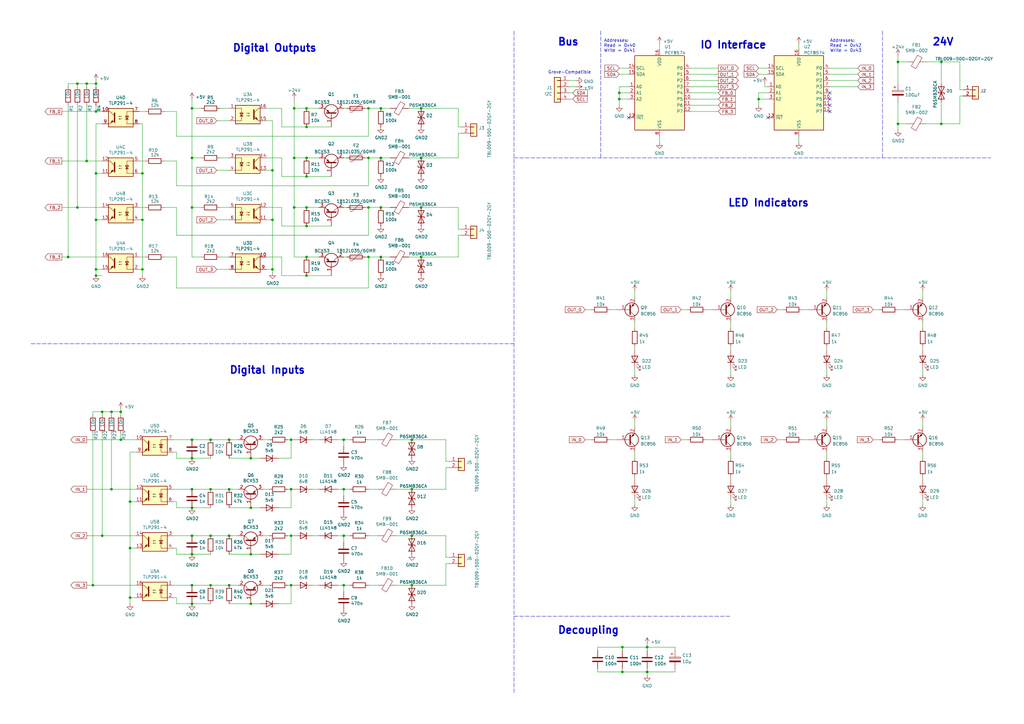
<source format=kicad_sch>
(kicad_sch (version 20211123) (generator eeschema)
  (paper "A3")
  (title_block (title "SynPLC CPU PiggyBack IO") (date "2023-04-29") (rev "1.0") (company "https://gitlab.synthron.de/Synthron/SynPLC"))
  (junction (at 255.27 275.59))
  (junction (at 58.42 90.17))
  (junction (at 93.98 219.71))
  (junction (at 102.87 247.65))
  (junction (at 125.73 85.09))
  (junction (at 156.21 44.45))
  (junction (at 39.37 90.17))
  (junction (at 39.37 45.72))
  (junction (at 125.73 64.77))
  (junction (at 120.65 85.09))
  (junction (at 78.74 247.65))
  (junction (at 31.75 34.29))
  (junction (at 386.08 50.8))
  (junction (at 27.94 105.41))
  (junction (at 111.76 90.17))
  (junction (at 125.73 72.39))
  (junction (at 39.37 110.49))
  (junction (at 45.72 200.66))
  (junction (at 86.36 200.66))
  (junction (at 111.76 69.85))
  (junction (at 172.72 85.09))
  (junction (at 151.13 44.45))
  (junction (at 45.72 168.91))
  (junction (at 168.91 200.66))
  (junction (at 35.56 34.29))
  (junction (at 78.74 219.71))
  (junction (at 151.13 85.09))
  (junction (at 78.74 44.45))
  (junction (at 125.73 113.03))
  (junction (at 41.91 168.91))
  (junction (at 151.13 64.77))
  (junction (at 78.74 187.96))
  (junction (at 386.08 25.4))
  (junction (at 265.43 275.59))
  (junction (at 156.21 64.77))
  (junction (at 78.74 64.77))
  (junction (at 265.43 265.43))
  (junction (at 41.91 219.71))
  (junction (at 156.21 105.41))
  (junction (at 119.38 180.34))
  (junction (at 172.72 64.77))
  (junction (at 58.42 110.49))
  (junction (at 78.74 240.03))
  (junction (at 368.3 25.4))
  (junction (at 39.37 113.03))
  (junction (at 102.87 187.96))
  (junction (at 151.13 105.41))
  (junction (at 125.73 52.07))
  (junction (at 140.97 219.71))
  (junction (at 168.91 219.71))
  (junction (at 140.97 180.34))
  (junction (at 93.98 200.66))
  (junction (at 168.91 240.03))
  (junction (at 31.75 85.09))
  (junction (at 311.15 40.64))
  (junction (at 111.76 110.49))
  (junction (at 39.37 71.12))
  (junction (at 172.72 105.41))
  (junction (at 125.73 92.71))
  (junction (at 93.98 240.03))
  (junction (at 93.98 180.34))
  (junction (at 125.73 105.41))
  (junction (at 255.27 265.43))
  (junction (at 78.74 180.34))
  (junction (at 125.73 44.45))
  (junction (at 78.74 227.33))
  (junction (at 53.34 245.11))
  (junction (at 35.56 66.04))
  (junction (at 254 38.1))
  (junction (at 120.65 64.77))
  (junction (at 53.34 205.74))
  (junction (at 120.65 44.45))
  (junction (at 119.38 200.66))
  (junction (at 86.36 240.03))
  (junction (at 49.53 180.34))
  (junction (at 140.97 200.66))
  (junction (at 78.74 85.09))
  (junction (at 102.87 208.28))
  (junction (at 86.36 219.71))
  (junction (at 102.87 227.33))
  (junction (at 38.1 240.03))
  (junction (at 168.91 180.34))
  (junction (at 368.3 50.8))
  (junction (at 58.42 71.12))
  (junction (at 119.38 219.71))
  (junction (at 140.97 240.03))
  (junction (at 53.34 224.79))
  (junction (at 39.37 34.29))
  (junction (at 156.21 85.09))
  (junction (at 172.72 44.45))
  (junction (at 49.53 168.91))
  (junction (at 119.38 240.03))
  (junction (at 78.74 208.28))
  (junction (at 86.36 180.34))
  (junction (at 254 40.64))
  (junction (at 78.74 200.66))
  (no_connect (at 257.81 48.26))
  (no_connect (at 340.36 43.18))
  (no_connect (at 340.36 38.1))
  (no_connect (at 340.36 40.64))
  (no_connect (at 314.96 48.26))
  (no_connect (at 340.36 45.72))
  (wire (pts (xy 143.51 219.71) (xy 140.97 219.71)))
  (wire (pts (xy 120.65 44.45) (xy 125.73 44.45)))
  (wire (pts (xy 393.7 25.4) (xy 386.08 25.4)))
  (wire (pts (xy 311.15 40.64) (xy 314.96 40.64)))
  (wire (pts (xy 125.73 72.39) (xy 115.57 72.39)))
  (wire (pts (xy 279.4 180.34) (xy 281.94 180.34)))
  (wire (pts (xy 299.72 185.42) (xy 299.72 187.96)))
  (wire (pts (xy 53.34 205.74) (xy 53.34 185.42)))
  (wire (pts (xy 187.96 54.61) (xy 189.23 54.61)))
  (wire (pts (xy 72.39 224.79) (xy 72.39 227.33)))
  (wire (pts (xy 393.7 39.37) (xy 393.7 50.8)))
  (wire (pts (xy 378.46 119.38) (xy 378.46 121.92)))
  (wire (pts (xy 125.73 92.71) (xy 115.57 92.71)))
  (wire (pts (xy 120.65 64.77) (xy 125.73 64.77)))
  (wire (pts (xy 25.4 66.04) (xy 35.56 66.04)))
  (wire (pts (xy 78.74 247.65) (xy 86.36 247.65)))
  (wire (pts (xy 270.51 17.78) (xy 270.51 20.32)))
  (wire (pts (xy 189.23 52.07) (xy 187.96 52.07)))
  (wire (pts (xy 394.97 36.83) (xy 393.7 36.83)))
  (wire (pts (xy 72.39 66.04) (xy 67.31 66.04)))
  (wire (pts (xy 299.72 195.58) (xy 299.72 196.85)))
  (wire (pts (xy 140.97 44.45) (xy 142.24 44.45)))
  (wire (pts (xy 72.39 96.52) (xy 72.39 85.09)))
  (wire (pts (xy 254 30.48) (xy 257.81 30.48)))
  (wire (pts (xy 102.87 187.96) (xy 93.98 187.96)))
  (wire (pts (xy 120.65 240.03) (xy 119.38 240.03)))
  (wire (pts (xy 45.72 177.8) (xy 45.72 200.66)))
  (wire (pts (xy 260.35 119.38) (xy 260.35 121.92)))
  (wire (pts (xy 119.38 227.33) (xy 119.38 219.71)))
  (wire (pts (xy 119.38 208.28) (xy 119.38 200.66)))
  (wire (pts (xy 39.37 45.72) (xy 41.91 45.72)))
  (wire (pts (xy 45.72 200.66) (xy 55.88 200.66)))
  (wire (pts (xy 39.37 113.03) (xy 41.91 113.03)))
  (wire (pts (xy 57.15 71.12) (xy 58.42 71.12)))
  (wire (pts (xy 154.94 240.03) (xy 151.13 240.03)))
  (wire (pts (xy 182.88 219.71) (xy 182.88 228.6)))
  (wire (pts (xy 45.72 168.91) (xy 41.91 168.91)))
  (wire (pts (xy 162.56 200.66) (xy 168.91 200.66)))
  (wire (pts (xy 58.42 113.03) (xy 58.42 110.49)))
  (wire (pts (xy 313.69 34.29) (xy 313.69 35.56)))
  (wire (pts (xy 110.49 180.34) (xy 107.95 180.34)))
  (wire (pts (xy 119.38 180.34) (xy 118.11 180.34)))
  (wire (pts (xy 327.66 55.88) (xy 327.66 58.42)))
  (wire (pts (xy 265.43 264.16) (xy 265.43 265.43)))
  (wire (pts (xy 119.38 240.03) (xy 118.11 240.03)))
  (wire (pts (xy 53.34 224.79) (xy 53.34 205.74)))
  (wire (pts (xy 120.65 64.77) (xy 120.65 85.09)))
  (wire (pts (xy 39.37 110.49) (xy 39.37 90.17)))
  (wire (pts (xy 279.4 127) (xy 281.94 127)))
  (wire (pts (xy 187.96 105.41) (xy 187.96 96.52)))
  (wire (pts (xy 72.39 247.65) (xy 78.74 247.65)))
  (wire (pts (xy 49.53 177.8) (xy 49.53 180.34)))
  (wire (pts (xy 39.37 43.18) (xy 39.37 45.72)))
  (wire (pts (xy 140.97 222.25) (xy 140.97 219.71)))
  (wire (pts (xy 162.56 180.34) (xy 168.91 180.34)))
  (wire (pts (xy 128.27 180.34) (xy 130.81 180.34)))
  (wire (pts (xy 162.56 240.03) (xy 168.91 240.03)))
  (wire (pts (xy 93.98 240.03) (xy 86.36 240.03)))
  (wire (pts (xy 167.64 44.45) (xy 172.72 44.45)))
  (wire (pts (xy 283.21 38.1) (xy 294.64 38.1)))
  (wire (pts (xy 45.72 168.91) (xy 45.72 170.18)))
  (wire (pts (xy 151.13 96.52) (xy 151.13 85.09)))
  (wire (pts (xy 260.35 132.08) (xy 260.35 134.62)))
  (wire (pts (xy 318.77 127) (xy 321.31 127)))
  (wire (pts (xy 110.49 200.66) (xy 107.95 200.66)))
  (wire (pts (xy 172.72 105.41) (xy 187.96 105.41)))
  (wire (pts (xy 78.74 208.28) (xy 86.36 208.28)))
  (wire (pts (xy 111.76 110.49) (xy 111.76 90.17)))
  (wire (pts (xy 299.72 132.08) (xy 299.72 134.62)))
  (wire (pts (xy 167.64 64.77) (xy 172.72 64.77)))
  (wire (pts (xy 119.38 247.65) (xy 119.38 240.03)))
  (wire (pts (xy 283.21 43.18) (xy 294.64 43.18)))
  (wire (pts (xy 120.65 85.09) (xy 125.73 85.09)))
  (wire (pts (xy 86.36 240.03) (xy 78.74 240.03)))
  (wire (pts (xy 53.34 245.11) (xy 55.88 245.11)))
  (wire (pts (xy 245.11 265.43) (xy 245.11 266.7)))
  (wire (pts (xy 35.56 240.03) (xy 38.1 240.03)))
  (wire (pts (xy 378.46 172.72) (xy 378.46 175.26)))
  (polyline (pts (xy 210.82 64.77) (xy 406.4 64.77)))
  (wire (pts (xy 162.56 219.71) (xy 168.91 219.71)))
  (wire (pts (xy 93.98 219.71) (xy 86.36 219.71)))
  (wire (pts (xy 58.42 71.12) (xy 58.42 50.8)))
  (wire (pts (xy 234.95 40.64) (xy 233.68 40.64)))
  (wire (pts (xy 39.37 71.12) (xy 39.37 50.8)))
  (wire (pts (xy 233.68 35.56) (xy 236.22 35.56)))
  (wire (pts (xy 39.37 50.8) (xy 41.91 50.8)))
  (wire (pts (xy 368.3 25.4) (xy 368.3 34.29)))
  (wire (pts (xy 35.56 66.04) (xy 41.91 66.04)))
  (wire (pts (xy 41.91 168.91) (xy 38.1 168.91)))
  (wire (pts (xy 393.7 50.8) (xy 386.08 50.8)))
  (wire (pts (xy 35.56 200.66) (xy 45.72 200.66)))
  (wire (pts (xy 38.1 240.03) (xy 55.88 240.03)))
  (wire (pts (xy 156.21 44.45) (xy 160.02 44.45)))
  (wire (pts (xy 378.46 185.42) (xy 378.46 187.96)))
  (wire (pts (xy 102.87 247.65) (xy 93.98 247.65)))
  (wire (pts (xy 182.88 240.03) (xy 182.88 231.14)))
  (wire (pts (xy 119.38 187.96) (xy 119.38 180.34)))
  (wire (pts (xy 114.3 227.33) (xy 119.38 227.33)))
  (wire (pts (xy 172.72 85.09) (xy 187.96 85.09)))
  (wire (pts (xy 167.64 85.09) (xy 172.72 85.09)))
  (wire (pts (xy 78.74 40.64) (xy 78.74 44.45)))
  (wire (pts (xy 265.43 276.86) (xy 265.43 275.59)))
  (wire (pts (xy 270.51 55.88) (xy 270.51 58.42)))
  (wire (pts (xy 125.73 44.45) (xy 130.81 44.45)))
  (wire (pts (xy 135.89 92.71) (xy 125.73 92.71)))
  (wire (pts (xy 109.22 69.85) (xy 111.76 69.85)))
  (wire (pts (xy 110.49 240.03) (xy 107.95 240.03)))
  (wire (pts (xy 260.35 151.13) (xy 260.35 153.67)))
  (wire (pts (xy 25.4 85.09) (xy 31.75 85.09)))
  (wire (pts (xy 78.74 85.09) (xy 78.74 105.41)))
  (wire (pts (xy 78.74 180.34) (xy 71.12 180.34)))
  (wire (pts (xy 31.75 34.29) (xy 31.75 35.56)))
  (wire (pts (xy 299.72 151.13) (xy 299.72 153.67)))
  (wire (pts (xy 109.22 110.49) (xy 111.76 110.49)))
  (wire (pts (xy 260.35 142.24) (xy 260.35 143.51)))
  (wire (pts (xy 299.72 119.38) (xy 299.72 121.92)))
  (wire (pts (xy 120.65 219.71) (xy 119.38 219.71)))
  (wire (pts (xy 72.39 118.11) (xy 151.13 118.11)))
  (wire (pts (xy 41.91 168.91) (xy 41.91 170.18)))
  (wire (pts (xy 49.53 168.91) (xy 45.72 168.91)))
  (wire (pts (xy 140.97 64.77) (xy 142.24 64.77)))
  (wire (pts (xy 254 40.64) (xy 257.81 40.64)))
  (wire (pts (xy 143.51 200.66) (xy 140.97 200.66)))
  (wire (pts (xy 311.15 27.94) (xy 314.96 27.94)))
  (wire (pts (xy 57.15 90.17) (xy 58.42 90.17)))
  (wire (pts (xy 265.43 265.43) (xy 265.43 266.7)))
  (wire (pts (xy 151.13 118.11) (xy 151.13 105.41)))
  (wire (pts (xy 339.09 185.42) (xy 339.09 187.96)))
  (wire (pts (xy 339.09 119.38) (xy 339.09 121.92)))
  (wire (pts (xy 318.77 180.34) (xy 321.31 180.34)))
  (wire (pts (xy 93.98 240.03) (xy 97.79 240.03)))
  (wire (pts (xy 72.39 105.41) (xy 67.31 105.41)))
  (wire (pts (xy 255.27 265.43) (xy 255.27 266.7)))
  (wire (pts (xy 120.65 105.41) (xy 125.73 105.41)))
  (wire (pts (xy 182.88 180.34) (xy 182.88 189.23)))
  (wire (pts (xy 58.42 50.8) (xy 57.15 50.8)))
  (wire (pts (xy 168.91 180.34) (xy 182.88 180.34)))
  (wire (pts (xy 57.15 45.72) (xy 59.69 45.72)))
  (wire (pts (xy 72.39 187.96) (xy 78.74 187.96)))
  (wire (pts (xy 149.86 64.77) (xy 151.13 64.77)))
  (wire (pts (xy 58.42 90.17) (xy 58.42 71.12)))
  (wire (pts (xy 283.21 27.94) (xy 294.64 27.94)))
  (wire (pts (xy 234.95 38.1) (xy 233.68 38.1)))
  (wire (pts (xy 27.94 34.29) (xy 27.94 35.56)))
  (wire (pts (xy 35.56 219.71) (xy 41.91 219.71)))
  (wire (pts (xy 88.9 49.53) (xy 93.98 49.53)))
  (wire (pts (xy 283.21 33.02) (xy 294.64 33.02)))
  (wire (pts (xy 78.74 44.45) (xy 78.74 64.77)))
  (wire (pts (xy 88.9 69.85) (xy 93.98 69.85)))
  (wire (pts (xy 240.03 180.34) (xy 242.57 180.34)))
  (wire (pts (xy 72.39 227.33) (xy 78.74 227.33)))
  (wire (pts (xy 182.88 189.23) (xy 184.15 189.23)))
  (wire (pts (xy 78.74 64.77) (xy 82.55 64.77)))
  (wire (pts (xy 265.43 265.43) (xy 255.27 265.43)))
  (wire (pts (xy 41.91 177.8) (xy 41.91 219.71)))
  (wire (pts (xy 120.65 85.09) (xy 120.65 105.41)))
  (wire (pts (xy 78.74 105.41) (xy 82.55 105.41)))
  (wire (pts (xy 125.73 105.41) (xy 130.81 105.41)))
  (wire (pts (xy 125.73 64.77) (xy 130.81 64.77)))
  (wire (pts (xy 358.14 127) (xy 360.68 127)))
  (wire (pts (xy 154.94 200.66) (xy 151.13 200.66)))
  (wire (pts (xy 276.86 266.7) (xy 276.86 265.43)))
  (wire (pts (xy 111.76 111.76) (xy 111.76 110.49)))
  (wire (pts (xy 339.09 132.08) (xy 339.09 134.62)))
  (wire (pts (xy 378.46 204.47) (xy 378.46 207.01)))
  (wire (pts (xy 90.17 64.77) (xy 93.98 64.77)))
  (wire (pts (xy 151.13 85.09) (xy 156.21 85.09)))
  (wire (pts (xy 106.68 208.28) (xy 102.87 208.28)))
  (wire (pts (xy 53.34 205.74) (xy 55.88 205.74)))
  (wire (pts (xy 119.38 200.66) (xy 118.11 200.66)))
  (wire (pts (xy 378.46 151.13) (xy 378.46 153.67)))
  (wire (pts (xy 72.39 85.09) (xy 67.31 85.09)))
  (wire (pts (xy 71.12 185.42) (xy 72.39 185.42)))
  (wire (pts (xy 115.57 72.39) (xy 115.57 64.77)))
  (wire (pts (xy 72.39 45.72) (xy 67.31 45.72)))
  (wire (pts (xy 140.97 200.66) (xy 138.43 200.66)))
  (wire (pts (xy 93.98 200.66) (xy 97.79 200.66)))
  (wire (pts (xy 394.97 39.37) (xy 393.7 39.37)))
  (wire (pts (xy 255.27 265.43) (xy 245.11 265.43)))
  (wire (pts (xy 115.57 105.41) (xy 109.22 105.41)))
  (wire (pts (xy 378.46 195.58) (xy 378.46 196.85)))
  (wire (pts (xy 114.3 187.96) (xy 119.38 187.96)))
  (wire (pts (xy 57.15 66.04) (xy 59.69 66.04)))
  (wire (pts (xy 260.35 172.72) (xy 260.35 175.26)))
  (wire (pts (xy 187.96 52.07) (xy 187.96 44.45)))
  (wire (pts (xy 339.09 172.72) (xy 339.09 175.26)))
  (wire (pts (xy 93.98 180.34) (xy 97.79 180.34)))
  (wire (pts (xy 90.17 44.45) (xy 93.98 44.45)))
  (wire (pts (xy 78.74 44.45) (xy 82.55 44.45)))
  (polyline (pts (xy 361.95 12.7) (xy 361.95 64.77)))
  (wire (pts (xy 368.3 180.34) (xy 370.84 180.34)))
  (wire (pts (xy 393.7 36.83) (xy 393.7 25.4)))
  (wire (pts (xy 368.3 50.8) (xy 368.3 53.34)))
  (wire (pts (xy 72.39 185.42) (xy 72.39 187.96)))
  (wire (pts (xy 250.19 180.34) (xy 252.73 180.34)))
  (wire (pts (xy 49.53 168.91) (xy 49.53 170.18)))
  (wire (pts (xy 172.72 44.45) (xy 187.96 44.45)))
  (wire (pts (xy 283.21 35.56) (xy 294.64 35.56)))
  (wire (pts (xy 182.88 200.66) (xy 182.88 191.77)))
  (wire (pts (xy 151.13 44.45) (xy 156.21 44.45)))
  (wire (pts (xy 386.08 25.4) (xy 386.08 34.29)))
  (wire (pts (xy 254 38.1) (xy 254 35.56)))
  (wire (pts (xy 276.86 274.32) (xy 276.86 275.59)))
  (wire (pts (xy 245.11 275.59) (xy 245.11 274.32)))
  (wire (pts (xy 58.42 110.49) (xy 58.42 90.17)))
  (wire (pts (xy 102.87 227.33) (xy 93.98 227.33)))
  (wire (pts (xy 53.34 224.79) (xy 55.88 224.79)))
  (wire (pts (xy 72.39 55.88) (xy 72.39 45.72)))
  (wire (pts (xy 283.21 40.64) (xy 294.64 40.64)))
  (wire (pts (xy 115.57 85.09) (xy 109.22 85.09)))
  (wire (pts (xy 172.72 64.77) (xy 187.96 64.77)))
  (wire (pts (xy 340.36 35.56) (xy 351.79 35.56)))
  (wire (pts (xy 38.1 168.91) (xy 38.1 170.18)))
  (wire (pts (xy 110.49 219.71) (xy 107.95 219.71)))
  (wire (pts (xy 78.74 85.09) (xy 82.55 85.09)))
  (wire (pts (xy 120.65 44.45) (xy 120.65 64.77)))
  (wire (pts (xy 39.37 34.29) (xy 35.56 34.29)))
  (wire (pts (xy 386.08 25.4) (xy 379.73 25.4)))
  (wire (pts (xy 35.56 34.29) (xy 35.56 35.56)))
  (wire (pts (xy 39.37 110.49) (xy 41.91 110.49)))
  (wire (pts (xy 151.13 76.2) (xy 151.13 64.77)))
  (wire (pts (xy 106.68 227.33) (xy 102.87 227.33)))
  (wire (pts (xy 149.86 44.45) (xy 151.13 44.45)))
  (wire (pts (xy 260.35 195.58) (xy 260.35 196.85)))
  (wire (pts (xy 283.21 45.72) (xy 294.64 45.72)))
  (wire (pts (xy 187.96 85.09) (xy 187.96 93.98)))
  (wire (pts (xy 378.46 132.08) (xy 378.46 134.62)))
  (wire (pts (xy 86.36 180.34) (xy 78.74 180.34)))
  (wire (pts (xy 265.43 275.59) (xy 255.27 275.59)))
  (wire (pts (xy 39.37 34.29) (xy 39.37 35.56)))
  (wire (pts (xy 151.13 64.77) (xy 156.21 64.77)))
  (wire (pts (xy 368.3 25.4) (xy 368.3 22.86)))
  (wire (pts (xy 140.97 203.2) (xy 140.97 200.66)))
  (wire (pts (xy 299.72 142.24) (xy 299.72 143.51)))
  (wire (pts (xy 328.93 180.34) (xy 331.47 180.34)))
  (wire (pts (xy 299.72 204.47) (xy 299.72 207.01)))
  (wire (pts (xy 250.19 127) (xy 252.73 127)))
  (wire (pts (xy 254 40.64) (xy 254 38.1)))
  (wire (pts (xy 143.51 180.34) (xy 140.97 180.34)))
  (wire (pts (xy 276.86 275.59) (xy 265.43 275.59)))
  (wire (pts (xy 154.94 180.34) (xy 151.13 180.34)))
  (wire (pts (xy 187.96 96.52) (xy 189.23 96.52)))
  (wire (pts (xy 339.09 204.47) (xy 339.09 207.01)))
  (polyline (pts (xy 12.7 140.97) (xy 210.82 140.97)))
  (wire (pts (xy 167.64 105.41) (xy 172.72 105.41)))
  (wire (pts (xy 254 38.1) (xy 257.81 38.1)))
  (wire (pts (xy 88.9 110.49) (xy 93.98 110.49)))
  (wire (pts (xy 71.12 224.79) (xy 72.39 224.79)))
  (wire (pts (xy 120.65 200.66) (xy 119.38 200.66)))
  (wire (pts (xy 41.91 219.71) (xy 55.88 219.71)))
  (wire (pts (xy 254 35.56) (xy 257.81 35.56)))
  (wire (pts (xy 35.56 43.18) (xy 35.56 66.04)))
  (polyline (pts (xy 210.82 252.73) (xy 299.72 252.73)))
  (wire (pts (xy 339.09 195.58) (xy 339.09 196.85)))
  (wire (pts (xy 31.75 85.09) (xy 41.91 85.09)))
  (wire (pts (xy 25.4 105.41) (xy 27.94 105.41)))
  (wire (pts (xy 111.76 49.53) (xy 109.22 49.53)))
  (wire (pts (xy 140.97 182.88) (xy 140.97 180.34)))
  (wire (pts (xy 125.73 85.09) (xy 130.81 85.09)))
  (wire (pts (xy 86.36 200.66) (xy 78.74 200.66)))
  (wire (pts (xy 311.15 38.1) (xy 314.96 38.1)))
  (wire (pts (xy 340.36 33.02) (xy 351.79 33.02)))
  (wire (pts (xy 72.39 208.28) (xy 78.74 208.28)))
  (wire (pts (xy 31.75 34.29) (xy 27.94 34.29)))
  (wire (pts (xy 39.37 113.03) (xy 39.37 110.49)))
  (polyline (pts (xy 210.82 12.7) (xy 210.82 284.48)))
  (wire (pts (xy 53.34 245.11) (xy 53.34 224.79)))
  (wire (pts (xy 90.17 105.41) (xy 93.98 105.41)))
  (wire (pts (xy 109.22 90.17) (xy 111.76 90.17)))
  (wire (pts (xy 379.73 50.8) (xy 386.08 50.8)))
  (wire (pts (xy 86.36 219.71) (xy 78.74 219.71)))
  (wire (pts (xy 255.27 275.59) (xy 255.27 274.32)))
  (wire (pts (xy 71.12 245.11) (xy 72.39 245.11)))
  (wire (pts (xy 115.57 44.45) (xy 109.22 44.45)))
  (wire (pts (xy 78.74 187.96) (xy 86.36 187.96)))
  (wire (pts (xy 140.97 219.71) (xy 138.43 219.71)))
  (wire (pts (xy 72.39 245.11) (xy 72.39 247.65)))
  (wire (pts (xy 120.65 180.34) (xy 119.38 180.34)))
  (wire (pts (xy 78.74 200.66) (xy 71.12 200.66)))
  (wire (pts (xy 93.98 180.34) (xy 86.36 180.34)))
  (wire (pts (xy 27.94 105.41) (xy 41.91 105.41)))
  (wire (pts (xy 311.15 30.48) (xy 314.96 30.48)))
  (wire (pts (xy 35.56 34.29) (xy 31.75 34.29)))
  (wire (pts (xy 115.57 92.71) (xy 115.57 85.09)))
  (wire (pts (xy 182.88 231.14) (xy 184.15 231.14)))
  (wire (pts (xy 106.68 187.96) (xy 102.87 187.96)))
  (wire (pts (xy 140.97 242.57) (xy 140.97 240.03)))
  (wire (pts (xy 72.39 96.52) (xy 151.13 96.52)))
  (wire (pts (xy 120.65 40.64) (xy 120.65 44.45)))
  (wire (pts (xy 140.97 85.09) (xy 142.24 85.09)))
  (wire (pts (xy 386.08 41.91) (xy 386.08 50.8)))
  (wire (pts (xy 38.1 177.8) (xy 38.1 240.03)))
  (wire (pts (xy 114.3 208.28) (xy 119.38 208.28)))
  (wire (pts (xy 182.88 191.77) (xy 184.15 191.77)))
  (wire (pts (xy 368.3 127) (xy 370.84 127)))
  (wire (pts (xy 254 43.18) (xy 254 40.64)))
  (wire (pts (xy 72.39 76.2) (xy 151.13 76.2)))
  (wire (pts (xy 39.37 90.17) (xy 41.91 90.17)))
  (wire (pts (xy 53.34 185.42) (xy 55.88 185.42)))
  (wire (pts (xy 88.9 90.17) (xy 93.98 90.17)))
  (wire (pts (xy 140.97 180.34) (xy 138.43 180.34)))
  (wire (pts (xy 125.73 52.07) (xy 115.57 52.07)))
  (wire (pts (xy 340.36 30.48) (xy 351.79 30.48)))
  (wire (pts (xy 78.74 64.77) (xy 78.74 85.09)))
  (wire (pts (xy 358.14 180.34) (xy 360.68 180.34)))
  (wire (pts (xy 156.21 64.77) (xy 160.02 64.77)))
  (wire (pts (xy 31.75 43.18) (xy 31.75 85.09)))
  (wire (pts (xy 289.56 180.34) (xy 292.1 180.34)))
  (wire (pts (xy 78.74 227.33) (xy 86.36 227.33)))
  (wire (pts (xy 57.15 110.49) (xy 58.42 110.49)))
  (wire (pts (xy 135.89 113.03) (xy 125.73 113.03)))
  (wire (pts (xy 149.86 105.41) (xy 151.13 105.41)))
  (wire (pts (xy 111.76 90.17) (xy 111.76 69.85)))
  (wire (pts (xy 260.35 204.47) (xy 260.35 207.01)))
  (wire (pts (xy 311.15 40.64) (xy 311.15 38.1)))
  (wire (pts (xy 39.37 33.02) (xy 39.37 34.29)))
  (wire (pts (xy 72.39 118.11) (xy 72.39 105.41)))
  (wire (pts (xy 255.27 275.59) (xy 245.11 275.59)))
  (wire (pts (xy 128.27 240.03) (xy 130.81 240.03)))
  (wire (pts (xy 151.13 105.41) (xy 156.21 105.41)))
  (wire (pts (xy 125.73 113.03) (xy 115.57 113.03)))
  (wire (pts (xy 27.94 43.18) (xy 27.94 105.41)))
  (wire (pts (xy 106.68 247.65) (xy 102.87 247.65)))
  (wire (pts (xy 372.11 50.8) (xy 368.3 50.8)))
  (wire (pts (xy 57.15 85.09) (xy 59.69 85.09)))
  (wire (pts (xy 340.36 27.94) (xy 351.79 27.94)))
  (wire (pts (xy 151.13 55.88) (xy 151.13 44.45)))
  (wire (pts (xy 168.91 200.66) (xy 182.88 200.66)))
  (wire (pts (xy 49.53 167.64) (xy 49.53 168.91)))
  (wire (pts (xy 276.86 265.43) (xy 265.43 265.43)))
  (wire (pts (xy 283.21 30.48) (xy 294.64 30.48)))
  (wire (pts (xy 168.91 219.71) (xy 182.88 219.71)))
  (wire (pts (xy 135.89 52.07) (xy 125.73 52.07)))
  (wire (pts (xy 72.39 205.74) (xy 72.39 208.28)))
  (wire (pts (xy 156.21 85.09) (xy 160.02 85.09)))
  (wire (pts (xy 299.72 172.72) (xy 299.72 175.26)))
  (wire (pts (xy 114.3 247.65) (xy 119.38 247.65)))
  (wire (pts (xy 254 27.94) (xy 257.81 27.94)))
  (wire (pts (xy 25.4 45.72) (xy 39.37 45.72)))
  (wire (pts (xy 119.38 219.71) (xy 118.11 219.71)))
  (wire (pts (xy 339.09 142.24) (xy 339.09 143.51)))
  (wire (pts (xy 78.74 240.03) (xy 71.12 240.03)))
  (wire (pts (xy 53.34 247.65) (xy 53.34 245.11)))
  (wire (pts (xy 90.17 85.09) (xy 93.98 85.09)))
  (wire (pts (xy 111.76 69.85) (xy 111.76 49.53)))
  (wire (pts (xy 140.97 105.41) (xy 142.24 105.41)))
  (wire (pts (xy 115.57 64.77) (xy 109.22 64.77)))
  (wire (pts (xy 128.27 200.66) (xy 130.81 200.66)))
  (wire (pts (xy 72.39 76.2) (xy 72.39 66.04)))
  (wire (pts (xy 35.56 180.34) (xy 49.53 180.34)))
  (wire (pts (xy 289.56 127) (xy 292.1 127)))
  (wire (pts (xy 39.37 90.17) (xy 39.37 71.12)))
  (wire (pts (xy 71.12 205.74) (xy 72.39 205.74)))
  (wire (pts (xy 149.86 85.09) (xy 151.13 85.09)))
  (wire (pts (xy 39.37 71.12) (xy 41.91 71.12)))
  (wire (pts (xy 168.91 240.03) (xy 182.88 240.03)))
  (wire (pts (xy 49.53 180.34) (xy 55.88 180.34)))
  (wire (pts (xy 115.57 113.03) (xy 115.57 105.41)))
  (wire (pts (xy 378.46 142.24) (xy 378.46 143.51)))
  (wire (pts (xy 93.98 200.66) (xy 86.36 200.66)))
  (wire (pts (xy 93.98 219.71) (xy 97.79 219.71)))
  (wire (pts (xy 115.57 52.07) (xy 115.57 44.45)))
  (wire (pts (xy 313.69 35.56) (xy 314.96 35.56)))
  (wire (pts (xy 240.03 127) (xy 242.57 127)))
  (wire (pts (xy 143.51 240.03) (xy 140.97 240.03)))
  (wire (pts (xy 328.93 127) (xy 331.47 127)))
  (wire (pts (xy 236.22 33.02) (xy 233.68 33.02)))
  (polyline (pts (xy 246.38 12.7) (xy 246.38 64.77)))
  (wire (pts (xy 311.15 43.18) (xy 311.15 40.64)))
  (wire (pts (xy 72.39 55.88) (xy 151.13 55.88)))
  (wire (pts (xy 78.74 219.71) (xy 71.12 219.71)))
  (wire (pts (xy 187.96 64.77) (xy 187.96 54.61)))
  (wire (pts (xy 187.96 93.98) (xy 189.23 93.98)))
  (wire (pts (xy 182.88 228.6) (xy 184.15 228.6)))
  (wire (pts (xy 260.35 185.42) (xy 260.35 187.96)))
  (wire (pts (xy 128.27 219.71) (xy 130.81 219.71)))
  (wire (pts (xy 339.09 151.13) (xy 339.09 153.67)))
  (wire (pts (xy 135.89 72.39) (xy 125.73 72.39)))
  (wire (pts (xy 372.11 25.4) (xy 368.3 25.4)))
  (wire (pts (xy 102.87 208.28) (xy 93.98 208.28)))
  (wire (pts (xy 265.43 275.59) (xy 265.43 274.32)))
  (wire (pts (xy 154.94 219.71) (xy 151.13 219.71)))
  (wire (pts (xy 368.3 41.91) (xy 368.3 50.8)))
  (wire (pts (xy 140.97 240.03) (xy 138.43 240.03)))
  (wire (pts (xy 57.15 105.41) (xy 59.69 105.41)))
  (wire (pts (xy 327.66 17.78) (xy 327.66 20.32)))
  (wire (pts (xy 156.21 105.41) (xy 160.02 105.41)))
  (text "IO Interface" (at 287.02 20.32 0) (effects (font (size 3 3) (thickness 0.6) bold) (justify left bottom)))
  (text "Decoupling" (at 228.6 260.35 0) (effects (font (size 3 3) (thickness 0.6) bold) (justify left bottom)))
  (text "Digital Outputs" (at 95.25 21.59 0) (effects (font (size 3 3) (thickness 0.6) bold) (justify left bottom)))
  (text "Addresses:\nRead = 0x42\nWrite = 0x43" (at 340.36 21.59 0) (effects (font (size 1.27 1.27)) (justify left bottom)))
  (text "Grove-Compatible" (at 224.79 30.48 0) (effects (font (size 1.27 1.27)) (justify left bottom)))
  (text "24V" (at 382.27 19.05 0) (effects (font (size 3 3) (thickness 0.6) bold) (justify left bottom)))
  (text "Addresses:\nRead = 0x40\nWrite = 0x41" (at 247.65 21.59 0) (effects (font (size 1.27 1.27)) (justify left bottom)))
  (text "Bus" (at 228.6 19.05 0) (effects (font (size 3 3) (thickness 0.6) bold) (justify left bottom)))
  (text "LED Indicators" (at 298.45 85.09 0) (effects (font (size 3 3) (thickness 0.6) bold) (justify left bottom)))
  (text "Digital Inputs" (at 93.98 153.67 0) (effects (font (size 3 3) (thickness 0.6) bold) (justify left bottom)))
  (global_label "SCL" (shape input) (at 234.95 40.64 0) (property "Intersheet References" "${INTERSHEET_REFS}" (effects hide)))
  (global_label "OUT_1" (shape input) (at 279.4 127 180) (property "Intersheet References" "${INTERSHEET_REFS}" (effects hide)))
  (global_label "IN_1" (shape output) (at 35.56 200.66 180) (property "Intersheet References" "${INTERSHEET_REFS}" (effects hide)))
  (global_label "IN_0" (shape input) (at 351.79 27.94 0) (property "Intersheet References" "${INTERSHEET_REFS}" (effects hide)))
  (global_label "OUT_1" (shape output) (at 294.64 30.48 0) (property "Intersheet References" "${INTERSHEET_REFS}" (effects hide)))
  (global_label "OUT_0" (shape output) (at 294.64 27.94 0) (property "Intersheet References" "${INTERSHEET_REFS}" (effects hide)))
  (global_label "FB_1" (shape output) (at 25.4 66.04 180) (property "Intersheet References" "${INTERSHEET_REFS}" (effects hide)))
  (global_label "IN_3" (shape input) (at 358.14 180.34 180) (property "Intersheet References" "${INTERSHEET_REFS}" (effects hide)))
  (global_label "SDA" (shape input) (at 234.95 38.1 0) (property "Intersheet References" "${INTERSHEET_REFS}" (effects hide)))
  (global_label "FB_1" (shape input) (at 294.64 40.64 0) (property "Intersheet References" "${INTERSHEET_REFS}" (effects hide)))
  (global_label "IN_1" (shape input) (at 351.79 30.48 0) (property "Intersheet References" "${INTERSHEET_REFS}" (effects hide)))
  (global_label "SCL" (shape input) (at 254 27.94 180) (property "Intersheet References" "${INTERSHEET_REFS}" (effects hide)))
  (global_label "FB_2" (shape input) (at 294.64 43.18 0) (property "Intersheet References" "${INTERSHEET_REFS}" (effects hide)))
  (global_label "SCL" (shape input) (at 311.15 27.94 180) (property "Intersheet References" "${INTERSHEET_REFS}" (effects hide)))
  (global_label "FB_3" (shape input) (at 294.64 45.72 0) (property "Intersheet References" "${INTERSHEET_REFS}" (effects hide)))
  (global_label "OUT_2" (shape input) (at 88.9 90.17 180) (property "Intersheet References" "${INTERSHEET_REFS}" (effects hide)))
  (global_label "IN_0" (shape input) (at 240.03 180.34 180) (property "Intersheet References" "${INTERSHEET_REFS}" (effects hide)))
  (global_label "SDA" (shape input) (at 311.15 30.48 180) (property "Intersheet References" "${INTERSHEET_REFS}" (effects hide)))
  (global_label "IN_3" (shape input) (at 351.79 35.56 0) (property "Intersheet References" "${INTERSHEET_REFS}" (effects hide)))
  (global_label "SDA" (shape input) (at 254 30.48 180) (property "Intersheet References" "${INTERSHEET_REFS}" (effects hide)))
  (global_label "IN_2" (shape input) (at 318.77 180.34 180) (property "Intersheet References" "${INTERSHEET_REFS}" (effects hide)))
  (global_label "IN_2" (shape output) (at 35.56 219.71 180) (property "Intersheet References" "${INTERSHEET_REFS}" (effects hide)))
  (global_label "OUT_2" (shape input) (at 318.77 127 180) (property "Intersheet References" "${INTERSHEET_REFS}" (effects hide)))
  (global_label "FB_0" (shape input) (at 294.64 38.1 0) (property "Intersheet References" "${INTERSHEET_REFS}" (effects hide)))
  (global_label "OUT_3" (shape input) (at 358.14 127 180) (property "Intersheet References" "${INTERSHEET_REFS}" (effects hide)))
  (global_label "OUT_2" (shape output) (at 294.64 33.02 0) (property "Intersheet References" "${INTERSHEET_REFS}" (effects hide)))
  (global_label "IN_2" (shape input) (at 351.79 33.02 0) (property "Intersheet References" "${INTERSHEET_REFS}" (effects hide)))
  (global_label "IN_3" (shape output) (at 35.56 240.03 180) (property "Intersheet References" "${INTERSHEET_REFS}" (effects hide)))
  (global_label "OUT_3" (shape output) (at 294.64 35.56 0) (property "Intersheet References" "${INTERSHEET_REFS}" (effects hide)))
  (global_label "IN_0" (shape output) (at 35.56 180.34 180) (property "Intersheet References" "${INTERSHEET_REFS}" (effects hide)))
  (global_label "OUT_3" (shape input) (at 88.9 110.49 180) (property "Intersheet References" "${INTERSHEET_REFS}" (effects hide)))
  (global_label "OUT_1" (shape input) (at 88.9 69.85 180) (property "Intersheet References" "${INTERSHEET_REFS}" (effects hide)))
  (global_label "FB_0" (shape output) (at 25.4 45.72 180) (property "Intersheet References" "${INTERSHEET_REFS}" (effects hide)))
  (global_label "FB_3" (shape output) (at 25.4 105.41 180) (property "Intersheet References" "${INTERSHEET_REFS}" (effects hide)))
  (global_label "IN_1" (shape input) (at 279.4 180.34 180) (property "Intersheet References" "${INTERSHEET_REFS}" (effects hide)))
  (global_label "OUT_0" (shape input) (at 240.03 127 180) (property "Intersheet References" "${INTERSHEET_REFS}" (effects hide)))
  (global_label "OUT_0" (shape input) (at 88.9 49.53 180) (property "Intersheet References" "${INTERSHEET_REFS}" (effects hide)))
  (global_label "FB_2" (shape output) (at 25.4 85.09 180) (property "Intersheet References" "${INTERSHEET_REFS}" (effects hide)))
  (symbol (lib_id "Device:R") (at 93.98 223.52 180) (unit 1)
    (property "Reference" "R36" (at 95.758 222.3516 0) (effects (justify right)))
    (property "Value" "47k" (at 95.758 224.663 0) (effects (justify right)))
    (property "Footprint" "Resistor_SMD:R_0805_2012Metric" (effects hide))
  )
  (symbol (lib_id "power:GND") (at 339.09 207.01 0) (unit 1)
    (property "Reference" "#PWR056" (effects hide))
    (property "Value" "GND" (at 339.09 211.4534 0))
  )
  (symbol (lib_id "Isolator:TLP291-4") (at 49.53 107.95 0) (mirror y) (unit 1)
    (property "Reference" "U4" (at 49.53 99.695 0))
    (property "Value" "TLP291-4" (at 49.53 102.0064 0))
    (property "Footprint" "Package_SO:SOIC-16_4.55x10.3mm_P1.27mm" (effects hide))
    (property "Datasheet" "https://toshiba.semicon-storage.com/info/docget.jsp?did=12858&prodName=TLP291-4" (effects hide))
  )
  (symbol (lib_id "Transistor_BJT:BC856") (at 257.81 127 0) (mirror x) (unit 1)
    (property "Reference" "Q9" (at 262.6614 126.1653 0) (effects (justify left)))
    (property "Value" "BC856" (at 262.6614 128.7022 0) (effects (justify left)))
    (property "Footprint" "Package_TO_SOT_SMD:SOT-23" (effects hide))
    (property "Datasheet" "https://www.onsemi.com/pub/Collateral/BC860-D.pdf" (effects hide))
  )
  (symbol (lib_id "power:GND2") (at 58.42 113.03 0) (unit 1)
    (property "Reference" "#PWR023" (effects hide))
    (property "Value" "GND2" (at 58.547 117.4242 0))
  )
  (symbol (lib_id "Device:D_TVS") (at 172.72 68.58 90) (unit 1)
    (property "Reference" "D3" (at 174.752 67.7453 90) (effects (justify right)))
    (property "Value" "P6SMB36CA" (at 167.64 63.5 90) (effects (justify right)))
    (property "Footprint" "Diode_SMD:D_SMA" (effects hide))
  )
  (symbol (lib_id "Device:R") (at 364.49 127 90) (unit 1)
    (property "Reference" "R44" (at 364.49 122.2842 90))
    (property "Value" "10k" (at 364.49 124.8211 90))
    (property "Footprint" "Resistor_SMD:R_0805_2012Metric" (effects hide))
  )
  (symbol (lib_id "Isolator:TLP291-4") (at 63.5 182.88 0) (mirror y) (unit 4)
    (property "Reference" "U5" (at 63.5 174.625 0))
    (property "Value" "TLP291-4" (at 63.5 176.9364 0))
    (property "Footprint" "Package_SO:SOIC-16_4.55x10.3mm_P1.27mm" (effects hide))
    (property "Datasheet" "https://toshiba.semicon-storage.com/info/docget.jsp?did=12858&prodName=TLP291-4" (effects hide))
  )
  (symbol (lib_id "Device:R") (at 339.09 138.43 0) (unit 1)
    (property "Reference" "R47" (at 340.868 137.5953 0) (effects (justify left)))
    (property "Value" "1k" (at 340.868 140.1322 0) (effects (justify left)))
    (property "Footprint" "Resistor_SMD:R_0805_2012Metric" (effects hide))
  )
  (symbol (lib_id "Device:R") (at 325.12 127 90) (unit 1)
    (property "Reference" "R43" (at 325.12 122.2842 90))
    (property "Value" "10k" (at 325.12 124.8211 90))
    (property "Footprint" "Resistor_SMD:R_0805_2012Metric" (effects hide))
  )
  (symbol (lib_id "Connector_Generic:Conn_01x02") (at 194.31 52.07 0) (unit 1)
    (property "Reference" "J3" (at 196.342 52.5053 0) (effects (justify left)))
    (property "Value" "TBL009-500-02GY-2GY" (at 200.66 64.77 90) (effects (justify left)))
    (property "Footprint" "eigene:TBL00950002GY2GY" (effects hide))
  )
  (symbol (lib_id "Device:Polyfuse") (at 146.05 105.41 270) (unit 1)
    (property "Reference" "F4" (at 146.05 100.3132 90))
    (property "Value" "1812L035/60MR" (at 146.05 102.8501 90))
    (property "Footprint" "Resistor_SMD:R_1812_4532Metric" (effects hide))
  )
  (symbol (lib_id "Isolator:TLP291-4") (at 49.53 48.26 0) (mirror y) (unit 4)
    (property "Reference" "U4" (at 49.53 40.005 0))
    (property "Value" "TLP291-4" (at 49.53 42.3164 0))
    (property "Footprint" "Package_SO:SOIC-16_4.55x10.3mm_P1.27mm" (effects hide))
    (property "Datasheet" "https://toshiba.semicon-storage.com/info/docget.jsp?did=12858&prodName=TLP291-4" (effects hide))
  )
  (symbol (lib_id "Transistor_BJT:BC856") (at 336.55 127 0) (mirror x) (unit 1)
    (property "Reference" "Q11" (at 341.4014 126.1653 0) (effects (justify left)))
    (property "Value" "BC856" (at 341.4014 128.7022 0) (effects (justify left)))
    (property "Footprint" "Package_TO_SOT_SMD:SOT-23" (effects hide))
    (property "Datasheet" "https://www.onsemi.com/pub/Collateral/BC860-D.pdf" (effects hide))
  )
  (symbol (lib_id "Device:R") (at 86.36 243.84 180) (unit 1)
    (property "Reference" "R39" (at 88.138 242.6716 0) (effects (justify right)))
    (property "Value" "10k" (at 88.138 244.983 0) (effects (justify right)))
    (property "Footprint" "Resistor_SMD:R_0805_2012Metric" (effects hide))
  )
  (symbol (lib_id "Diode:LL4148") (at 134.62 240.03 0) (unit 1)
    (property "Reference" "D19" (at 134.62 234.5182 0))
    (property "Value" "LL4148" (at 134.62 236.8296 0))
    (property "Footprint" "Diode_SMD:D_MiniMELF" (effects hide))
    (property "Datasheet" "http://www.vishay.com/docs/85557/ll4148.pdf" (effects hide))
  )
  (symbol (lib_id "power:GND2") (at 156.21 92.71 0) (unit 1)
    (property "Reference" "#PWR019" (effects hide))
    (property "Value" "GND2" (at 156.337 97.1042 0))
  )
  (symbol (lib_id "Transistor_BJT:BCX53") (at 135.89 67.31 270) (mirror x) (unit 1)
    (property "Reference" "Q2" (at 135.89 58.9788 90))
    (property "Value" "BCX53" (at 132.08 62.23 90))
    (property "Footprint" "Package_TO_SOT_SMD:SOT-89-3" (effects hide))
    (property "Datasheet" "http://www.infineon.com/dgdl/bcx51_bcx52_bcx53.pdf" (effects hide))
  )
  (symbol (lib_id "power:GND2") (at 168.91 187.96 0) (unit 1)
    (property "Reference" "#PWR028" (effects hide))
    (property "Value" "GND2" (at 169.037 192.3542 0))
  )
  (symbol (lib_id "Device:R") (at 35.56 39.37 180) (unit 1)
    (property "Reference" "R3" (at 36.83 45.72 90) (effects (justify right)))
    (property "Value" "10k" (at 35.56 40.64 90) (effects (justify right)))
    (property "Footprint" "Resistor_SMD:R_0805_2012Metric" (effects hide))
  )
  (symbol (lib_id "power:GND2") (at 140.97 229.87 0) (unit 1)
    (property "Reference" "#PWR035" (effects hide))
    (property "Value" "GND2" (at 141.097 234.2642 0))
  )
  (symbol (lib_id "Device:C") (at 245.11 270.51 0) (unit 1)
    (property "Reference" "C10" (at 248.031 269.6753 0) (effects (justify left)))
    (property "Value" "100n" (at 248.031 272.2122 0) (effects (justify left)))
    (property "Footprint" "Capacitor_SMD:C_0805_2012Metric" (effects hide))
  )
  (symbol (lib_id "Device:R") (at 93.98 204.47 180) (unit 1)
    (property "Reference" "R32" (at 95.758 203.3016 0) (effects (justify right)))
    (property "Value" "47k" (at 95.758 205.613 0) (effects (justify right)))
    (property "Footprint" "Resistor_SMD:R_0805_2012Metric" (effects hide))
  )
  (symbol (lib_id "Diode:LL4148") (at 134.62 219.71 0) (unit 1)
    (property "Reference" "D15" (at 134.62 214.1982 0))
    (property "Value" "LL4148" (at 134.62 216.5096 0))
    (property "Footprint" "Diode_SMD:D_MiniMELF" (effects hide))
    (property "Datasheet" "http://www.vishay.com/docs/85557/ll4148.pdf" (effects hide))
  )
  (symbol (lib_id "Device:C") (at 78.74 243.84 180) (unit 1)
    (property "Reference" "C8" (at 81.661 242.6716 0) (effects (justify right)))
    (property "Value" "1n" (at 81.661 244.983 0) (effects (justify right)))
    (property "Footprint" "Capacitor_SMD:C_0805_2012Metric" (effects hide))
  )
  (symbol (lib_id "Isolator:TLP291-4") (at 101.6 67.31 0) (unit 2)
    (property "Reference" "U3" (at 101.6 59.055 0))
    (property "Value" "TLP291-4" (at 101.6 61.3664 0))
    (property "Footprint" "Package_SO:SOIC-16_4.55x10.3mm_P1.27mm" (effects hide))
    (property "Datasheet" "https://toshiba.semicon-storage.com/info/docget.jsp?did=12858&prodName=TLP291-4" (effects hide))
  )
  (symbol (lib_id "DI8_V1.1-rescue:Ferrite_Bead-Device") (at 163.83 44.45 270) (unit 1)
    (property "Reference" "FB3" (at 163.83 37.4904 90))
    (property "Value" "SMB-001" (at 163.83 39.8018 90))
    (property "Footprint" "eigene:SMB-001" (effects hide))
  )
  (symbol (lib_id "Device:R") (at 260.35 138.43 0) (unit 1)
    (property "Reference" "R45" (at 262.128 137.5953 0) (effects (justify left)))
    (property "Value" "1k" (at 262.128 140.1322 0) (effects (justify left)))
    (property "Footprint" "Resistor_SMD:R_0805_2012Metric" (effects hide))
  )
  (symbol (lib_id "power:GND2") (at 172.72 92.71 0) (unit 1)
    (property "Reference" "#PWR020" (effects hide))
    (property "Value" "GND2" (at 172.847 97.1042 0))
  )
  (symbol (lib_id "power:GND") (at 53.34 247.65 0) (unit 1)
    (property "Reference" "#PWR036" (effects hide))
    (property "Value" "GND" (at 53.34 252.0934 0))
  )
  (symbol (lib_id "Device:R") (at 125.73 109.22 180) (unit 1)
    (property "Reference" "R19" (at 127.508 108.0516 0) (effects (justify right)))
    (property "Value" "10k" (at 127.508 110.363 0) (effects (justify right)))
    (property "Footprint" "Resistor_SMD:R_0805_2012Metric" (effects hide))
  )
  (symbol (lib_id "power:GND2") (at 172.72 72.39 0) (unit 1)
    (property "Reference" "#PWR018" (effects hide))
    (property "Value" "GND2" (at 172.847 76.7842 0))
  )
  (symbol (lib_id "power:+5V") (at 299.72 172.72 0) (unit 1)
    (property "Reference" "#PWR051" (effects hide))
    (property "Value" "+5V" (at 299.72 169.1442 0))
  )
  (symbol (lib_id "Isolator:TLP291-4") (at 63.5 242.57 0) (mirror y) (unit 1)
    (property "Reference" "U5" (at 63.5 234.315 0))
    (property "Value" "TLP291-4" (at 63.5 236.6264 0))
    (property "Footprint" "Package_SO:SOIC-16_4.55x10.3mm_P1.27mm" (effects hide))
    (property "Datasheet" "https://toshiba.semicon-storage.com/info/docget.jsp?did=12858&prodName=TLP291-4" (effects hide))
  )
  (symbol (lib_id "Device:D_TVS") (at 168.91 204.47 90) (unit 1)
    (property "Reference" "D12" (at 170.942 203.6353 90) (effects (justify right)))
    (property "Value" "P6SMB36CA" (at 163.83 199.39 90) (effects (justify right)))
    (property "Footprint" "Diode_SMD:D_SMA" (effects hide))
  )
  (symbol (lib_id "Device:D_Zener") (at 110.49 187.96 180) (unit 1)
    (property "Reference" "D9" (at 110.49 182.4482 0))
    (property "Value" "5v6" (at 110.49 184.7596 0))
    (property "Footprint" "Diode_SMD:D_MiniMELF" (effects hide))
  )
  (symbol (lib_id "power:+5V") (at 327.66 17.78 0) (mirror y) (unit 1)
    (property "Reference" "#PWR02" (effects hide))
    (property "Value" "+5V" (at 329.057 16.9438 0) (effects (justify right)))
  )
  (symbol (lib_id "power:GND") (at 270.51 58.42 0) (unit 1)
    (property "Reference" "#PWR010" (effects hide))
    (property "Value" "GND" (at 270.51 62.8634 0))
  )
  (symbol (lib_id "Connector_Generic:Conn_01x04") (at 228.6 35.56 0) (mirror y) (unit 1)
    (property "Reference" "J1" (at 226.568 35.9953 0) (effects (justify left)))
    (property "Value" "I2C" (at 226.568 38.5322 0) (effects (justify left)))
    (property "Footprint" "Connector_PinSocket_2.54mm:PinSocket_1x04_P2.54mm_Vertical" (effects hide))
  )
  (symbol (lib_id "Device:LED") (at 260.35 147.32 90) (unit 1)
    (property "Reference" "D22" (at 263.271 148.0728 90) (effects (justify right)))
    (property "Value" "LED" (at 263.271 150.6097 90) (effects (justify right)))
    (property "Footprint" "LED_THT:LED_D3.0mm" (effects hide))
  )
  (symbol (lib_id "power:GND") (at 265.43 276.86 0) (unit 1)
    (property "Reference" "#PWR041" (effects hide))
    (property "Value" "GND" (at 265.43 281.3034 0))
  )
  (symbol (lib_id "power:+5V") (at 39.37 33.02 0) (mirror y) (unit 1)
    (property "Reference" "#PWR012" (effects hide))
    (property "Value" "+5V" (at 40.767 32.1838 0) (effects (justify right)))
  )
  (symbol (lib_id "power:GND2") (at 140.97 210.82 0) (unit 1)
    (property "Reference" "#PWR032" (effects hide))
    (property "Value" "GND2" (at 141.097 215.2142 0))
  )
  (symbol (lib_id "power:GND") (at 378.46 207.01 0) (unit 1)
    (property "Reference" "#PWR057" (effects hide))
    (property "Value" "GND" (at 378.46 211.4534 0))
  )
  (symbol (lib_id "Device:C") (at 140.97 207.01 180) (unit 1)
    (property "Reference" "C5" (at 143.891 205.8416 0) (effects (justify right)))
    (property "Value" "470n" (at 143.891 208.153 0) (effects (justify right)))
    (property "Footprint" "Capacitor_SMD:C_0805_2012Metric" (effects hide))
  )
  (symbol (lib_id "Device:D_TVS") (at 386.08 38.1 90) (unit 1)
    (property "Reference" "D1" (at 388.112 37.2653 90) (effects (justify right)))
    (property "Value" "P6SMB36CA" (at 383.54 33.02 0) (effects (justify right)))
    (property "Footprint" "Diode_SMD:D_SMA" (effects hide))
  )
  (symbol (lib_id "Device:R") (at 156.21 48.26 180) (unit 1)
    (property "Reference" "R8" (at 157.988 47.0916 0) (effects (justify right)))
    (property "Value" "100k" (at 157.988 49.403 0) (effects (justify right)))
    (property "Footprint" "Resistor_SMD:R_0805_2012Metric" (effects hide))
  )
  (symbol (lib_id "Device:C_Polarized") (at 368.3 38.1 0) (unit 1)
    (property "Reference" "C1" (at 371.221 36.3763 0) (effects (justify left)))
    (property "Value" "100µF" (at 371.221 38.9132 0) (effects (justify left)))
    (property "Footprint" "Capacitor_SMD:CP_Elec_5x5.8" (effects hide))
  )
  (symbol (lib_id "power:+5V") (at 339.09 119.38 0) (unit 1)
    (property "Reference" "#PWR044" (effects hide))
    (property "Value" "+5V" (at 339.09 115.8042 0))
  )
  (symbol (lib_id "power:+5V") (at 378.46 119.38 0) (unit 1)
    (property "Reference" "#PWR045" (effects hide))
    (property "Value" "+5V" (at 378.46 115.8042 0))
  )
  (symbol (lib_id "Device:Polyfuse") (at 146.05 44.45 270) (unit 1)
    (property "Reference" "F1" (at 146.05 39.3532 90))
    (property "Value" "1812L035/60MR" (at 146.05 41.8901 90))
    (property "Footprint" "Resistor_SMD:R_1812_4532Metric" (effects hide))
  )
  (symbol (lib_id "Connector_Generic:Conn_01x02") (at 189.23 189.23 0) (unit 1)
    (property "Reference" "J5" (at 191.262 189.6653 0) (effects (justify left)))
    (property "Value" "TBL009-500-02GY-2GY" (at 195.58 201.93 90) (effects (justify left)))
    (property "Footprint" "eigene:TBL00950002GY2GY" (effects hide))
  )
  (symbol (lib_id "Device:R") (at 63.5 85.09 270) (unit 1)
    (property "Reference" "R13" (at 64.77 80.645 90) (effects (justify right)))
    (property "Value" "12k" (at 65.405 82.55 90) (effects (justify right)))
    (property "Footprint" "Resistor_SMD:R_0805_2012Metric" (effects hide))
  )
  (symbol (lib_id "power:+5V") (at 236.22 35.56 270) (mirror x) (unit 1)
    (property "Reference" "#PWR06" (effects hide))
    (property "Value" "+5V" (at 239.3949 35.9938 90) (effects (justify left)))
  )
  (symbol (lib_id "Isolator:TLP291-4") (at 101.6 46.99 0) (unit 1)
    (property "Reference" "U3" (at 101.6 38.735 0))
    (property "Value" "TLP291-4" (at 101.6 41.0464 0))
    (property "Footprint" "Package_SO:SOIC-16_4.55x10.3mm_P1.27mm" (effects hide))
    (property "Datasheet" "https://toshiba.semicon-storage.com/info/docget.jsp?did=12858&prodName=TLP291-4" (effects hide))
  )
  (symbol (lib_id "Device:R") (at 114.3 200.66 270) (unit 1)
    (property "Reference" "R29" (at 114.3 195.4022 90))
    (property "Value" "2k2" (at 114.3 197.7136 90))
    (property "Footprint" "Resistor_SMD:R_0805_2012Metric" (effects hide))
  )
  (symbol (lib_id "Device:R") (at 86.36 184.15 180) (unit 1)
    (property "Reference" "R27" (at 88.138 182.9816 0) (effects (justify right)))
    (property "Value" "10k" (at 88.138 185.293 0) (effects (justify right)))
    (property "Footprint" "Resistor_SMD:R_0805_2012Metric" (effects hide))
  )
  (symbol (lib_id "Device:LED") (at 378.46 200.66 90) (unit 1)
    (property "Reference" "D29" (at 381.381 201.4128 90) (effects (justify right)))
    (property "Value" "LED" (at 381.381 203.9497 90) (effects (justify right)))
    (property "Footprint" "LED_THT:LED_D3.0mm" (effects hide))
  )
  (symbol (lib_id "Isolator:TLP291-4") (at 49.53 87.63 0) (mirror y) (unit 2)
    (property "Reference" "U4" (at 49.53 79.375 0))
    (property "Value" "TLP291-4" (at 49.53 81.6864 0))
    (property "Footprint" "Package_SO:SOIC-16_4.55x10.3mm_P1.27mm" (effects hide))
    (property "Datasheet" "https://toshiba.semicon-storage.com/info/docget.jsp?did=12858&prodName=TLP291-4" (effects hide))
  )
  (symbol (lib_id "Device:C_Polarized") (at 276.86 270.51 0) (unit 1)
    (property "Reference" "C13" (at 279.781 268.7863 0) (effects (justify left)))
    (property "Value" "10µ" (at 279.781 271.3232 0) (effects (justify left)))
    (property "Footprint" "Capacitor_SMD:CP_Elec_5x5.8" (effects hide))
  )
  (symbol (lib_id "Transistor_BJT:BC856") (at 375.92 180.34 0) (mirror x) (unit 1)
    (property "Reference" "Q16" (at 380.7714 179.5053 0) (effects (justify left)))
    (property "Value" "BC856" (at 380.7714 182.0422 0) (effects (justify left)))
    (property "Footprint" "Package_TO_SOT_SMD:SOT-23" (effects hide))
    (property "Datasheet" "https://www.onsemi.com/pub/Collateral/BC860-D.pdf" (effects hide))
  )
  (symbol (lib_id "Device:R") (at 246.38 180.34 90) (unit 1)
    (property "Reference" "R49" (at 246.38 175.6242 90))
    (property "Value" "10k" (at 246.38 178.1611 90))
    (property "Footprint" "Resistor_SMD:R_0805_2012Metric" (effects hide))
  )
  (symbol (lib_id "Device:LED") (at 260.35 200.66 90) (unit 1)
    (property "Reference" "D26" (at 263.271 201.4128 90) (effects (justify right)))
    (property "Value" "LED" (at 263.271 203.9497 90) (effects (justify right)))
    (property "Footprint" "LED_THT:LED_D3.0mm" (effects hide))
  )
  (symbol (lib_id "power:GND") (at 299.72 207.01 0) (unit 1)
    (property "Reference" "#PWR055" (effects hide))
    (property "Value" "GND" (at 299.72 211.4534 0))
  )
  (symbol (lib_id "Device:R") (at 285.75 180.34 90) (unit 1)
    (property "Reference" "R50" (at 285.75 175.6242 90))
    (property "Value" "10k" (at 285.75 178.1611 90))
    (property "Footprint" "Resistor_SMD:R_0805_2012Metric" (effects hide))
  )
  (symbol (lib_id "power:GND") (at 327.66 58.42 0) (unit 1)
    (property "Reference" "#PWR011" (effects hide))
    (property "Value" "GND" (at 327.66 62.8634 0))
  )
  (symbol (lib_id "power:GND2") (at 140.97 190.5 0) (unit 1)
    (property "Reference" "#PWR029" (effects hide))
    (property "Value" "GND2" (at 141.097 194.8942 0))
  )
  (symbol (lib_id "Device:C") (at 78.74 204.47 180) (unit 1)
    (property "Reference" "C4" (at 81.661 203.3016 0) (effects (justify right)))
    (property "Value" "1n" (at 81.661 205.613 0) (effects (justify right)))
    (property "Footprint" "Capacitor_SMD:C_0805_2012Metric" (effects hide))
  )
  (symbol (lib_id "Device:R") (at 86.36 44.45 270) (unit 1)
    (property "Reference" "R5" (at 87.63 40.005 90) (effects (justify right)))
    (property "Value" "2k2" (at 88.265 41.91 90) (effects (justify right)))
    (property "Footprint" "Resistor_SMD:R_0805_2012Metric" (effects hide))
  )
  (symbol (lib_id "Device:C") (at 140.97 226.06 180) (unit 1)
    (property "Reference" "C7" (at 143.891 224.8916 0) (effects (justify right)))
    (property "Value" "470n" (at 143.891 227.203 0) (effects (justify right)))
    (property "Footprint" "Capacitor_SMD:C_0805_2012Metric" (effects hide))
  )
  (symbol (lib_id "power:GND") (at 299.72 153.67 0) (unit 1)
    (property "Reference" "#PWR047" (effects hide))
    (property "Value" "GND" (at 299.72 158.1134 0))
  )
  (symbol (lib_id "Transistor_BJT:BCX53") (at 135.89 107.95 270) (mirror x) (unit 1)
    (property "Reference" "Q4" (at 135.89 99.6188 90))
    (property "Value" "BCX53" (at 132.08 102.87 90))
    (property "Footprint" "Package_TO_SOT_SMD:SOT-89-3" (effects hide))
    (property "Datasheet" "http://www.infineon.com/dgdl/bcx51_bcx52_bcx53.pdf" (effects hide))
  )
  (symbol (lib_id "power:GND2") (at 78.74 227.33 0) (unit 1)
    (property "Reference" "#PWR033" (effects hide))
    (property "Value" "GND2" (at 78.867 231.7242 0))
  )
  (symbol (lib_id "Device:D_Zener") (at 124.46 180.34 180) (unit 1)
    (property "Reference" "D6" (at 124.46 174.8282 0))
    (property "Value" "6v8" (at 124.46 177.1396 0))
    (property "Footprint" "Diode_SMD:D_MiniMELF" (effects hide))
  )
  (symbol (lib_id "power:GND2") (at 156.21 113.03 0) (unit 1)
    (property "Reference" "#PWR024" (effects hide))
    (property "Value" "GND2" (at 156.337 117.4242 0))
  )
  (symbol (lib_id "Connector_Generic:Conn_01x02") (at 194.31 93.98 0) (unit 1)
    (property "Reference" "J4" (at 196.342 94.4153 0) (effects (justify left)))
    (property "Value" "TBL009-500-02GY-2GY" (at 200.66 106.68 90) (effects (justify left)))
    (property "Footprint" "eigene:TBL00950002GY2GY" (effects hide))
  )
  (symbol (lib_id "power:GND") (at 378.46 153.67 0) (unit 1)
    (property "Reference" "#PWR049" (effects hide))
    (property "Value" "GND" (at 378.46 158.1134 0))
  )
  (symbol (lib_id "Transistor_BJT:BCX53") (at 135.89 46.99 270) (mirror x) (unit 1)
    (property "Reference" "Q1" (at 135.89 38.6588 90))
    (property "Value" "BCX53" (at 132.08 41.91 90))
    (property "Footprint" "Package_TO_SOT_SMD:SOT-89-3" (effects hide))
    (property "Datasheet" "http://www.infineon.com/dgdl/bcx51_bcx52_bcx53.pdf" (effects hide))
  )
  (symbol (lib_id "Device:R") (at 49.53 173.99 180) (unit 1)
    (property "Reference" "R24" (at 50.8 180.34 90) (effects (justify right)))
    (property "Value" "10k" (at 49.53 175.26 90) (effects (justify right)))
    (property "Footprint" "Resistor_SMD:R_0805_2012Metric" (effects hide))
  )
  (symbol (lib_id "power:+5V") (at 339.09 172.72 0) (unit 1)
    (property "Reference" "#PWR052" (effects hide))
    (property "Value" "+5V" (at 339.09 169.1442 0))
  )
  (symbol (lib_id "Device:R") (at 114.3 240.03 270) (unit 1)
    (property "Reference" "R37" (at 114.3 234.7722 90))
    (property "Value" "2k2" (at 114.3 237.0836 90))
    (property "Footprint" "Resistor_SMD:R_0805_2012Metric" (effects hide))
  )
  (symbol (lib_id "Transistor_BJT:BCX53") (at 135.89 87.63 270) (mirror x) (unit 1)
    (property "Reference" "Q3" (at 135.89 79.2988 90))
    (property "Value" "BCX53" (at 132.08 82.55 90))
    (property "Footprint" "Package_TO_SOT_SMD:SOT-89-3" (effects hide))
    (property "Datasheet" "http://www.infineon.com/dgdl/bcx51_bcx52_bcx53.pdf" (effects hide))
  )
  (symbol (lib_id "Device:R") (at 156.21 109.22 180) (unit 1)
    (property "Reference" "R20" (at 157.988 108.0516 0) (effects (justify right)))
    (property "Value" "100k" (at 157.988 110.363 0) (effects (justify right)))
    (property "Footprint" "Resistor_SMD:R_0805_2012Metric" (effects hide))
  )
  (symbol (lib_id "Device:D_TVS") (at 168.91 223.52 90) (unit 1)
    (property "Reference" "D16" (at 170.942 222.6853 90) (effects (justify right)))
    (property "Value" "P6SMB36CA" (at 163.83 218.44 90) (effects (justify right)))
    (property "Footprint" "Diode_SMD:D_SMA" (effects hide))
  )
  (symbol (lib_id "DI8_V1.1-rescue:Ferrite_Bead-Device") (at 158.75 180.34 270) (unit 1)
    (property "Reference" "FB7" (at 158.75 173.3804 90))
    (property "Value" "SMB-001" (at 158.75 175.6918 90))
    (property "Footprint" "eigene:SMB-001" (effects hide))
  )
  (symbol (lib_id "power:+5V") (at 260.35 172.72 0) (unit 1)
    (property "Reference" "#PWR050" (effects hide))
    (property "Value" "+5V" (at 260.35 169.1442 0))
  )
  (symbol (lib_id "power:+5V") (at 299.72 119.38 0) (unit 1)
    (property "Reference" "#PWR043" (effects hide))
    (property "Value" "+5V" (at 299.72 115.8042 0))
  )
  (symbol (lib_id "power:GND2") (at 111.76 111.76 0) (unit 1)
    (property "Reference" "#PWR021" (effects hide))
    (property "Value" "GND2" (at 111.887 116.1542 0))
  )
  (symbol (lib_id "Device:R") (at 63.5 105.41 270) (unit 1)
    (property "Reference" "R17" (at 64.77 100.965 90) (effects (justify right)))
    (property "Value" "12k" (at 65.405 102.87 90) (effects (justify right)))
    (property "Footprint" "Resistor_SMD:R_0805_2012Metric" (effects hide))
  )
  (symbol (lib_id "power:GND2") (at 78.74 187.96 0) (unit 1)
    (property "Reference" "#PWR027" (effects hide))
    (property "Value" "GND2" (at 78.867 192.3542 0))
  )
  (symbol (lib_id "Device:R") (at 63.5 45.72 270) (unit 1)
    (property "Reference" "R6" (at 64.77 41.275 90) (effects (justify right)))
    (property "Value" "12k" (at 65.405 43.18 90) (effects (justify right)))
    (property "Footprint" "Resistor_SMD:R_0805_2012Metric" (effects hide))
  )
  (symbol (lib_id "Device:R") (at 156.21 68.58 180) (unit 1)
    (property "Reference" "R12" (at 157.988 67.4116 0) (effects (justify right)))
    (property "Value" "100k" (at 157.988 69.723 0) (effects (justify right)))
    (property "Footprint" "Resistor_SMD:R_0805_2012Metric" (effects hide))
  )
  (symbol (lib_id "Device:R") (at 86.36 85.09 270) (unit 1)
    (property "Reference" "R14" (at 87.63 80.645 90) (effects (justify right)))
    (property "Value" "2k2" (at 88.265 82.55 90) (effects (justify right)))
    (property "Footprint" "Resistor_SMD:R_0805_2012Metric" (effects hide))
  )
  (symbol (lib_id "Device:R") (at 246.38 127 90) (unit 1)
    (property "Reference" "R41" (at 246.38 122.2842 90))
    (property "Value" "10k" (at 246.38 124.8211 90))
    (property "Footprint" "Resistor_SMD:R_0805_2012Metric" (effects hide))
  )
  (symbol (lib_id "Device:R") (at 27.94 39.37 180) (unit 1)
    (property "Reference" "R1" (at 29.21 45.72 90) (effects (justify right)))
    (property "Value" "10k" (at 27.94 40.64 90) (effects (justify right)))
    (property "Footprint" "Resistor_SMD:R_0805_2012Metric" (effects hide))
  )
  (symbol (lib_id "Transistor_BJT:BC856") (at 297.18 180.34 0) (mirror x) (unit 1)
    (property "Reference" "Q14" (at 302.0314 179.5053 0) (effects (justify left)))
    (property "Value" "BC856" (at 302.0314 182.0422 0) (effects (justify left)))
    (property "Footprint" "Package_TO_SOT_SMD:SOT-23" (effects hide))
    (property "Datasheet" "https://www.onsemi.com/pub/Collateral/BC860-D.pdf" (effects hide))
  )
  (symbol (lib_id "power:GND2") (at 140.97 250.19 0) (unit 1)
    (property "Reference" "#PWR039" (effects hide))
    (property "Value" "GND2" (at 141.097 254.5842 0))
  )
  (symbol (lib_id "power:GND") (at 236.22 33.02 90) (mirror x) (unit 1)
    (property "Reference" "#PWR04" (effects hide))
    (property "Value" "GND" (at 239.3949 33.4538 90) (effects (justify right)))
  )
  (symbol (lib_id "Device:C") (at 78.74 184.15 180) (unit 1)
    (property "Reference" "C2" (at 81.661 182.9816 0) (effects (justify right)))
    (property "Value" "1n" (at 81.661 185.293 0) (effects (justify right)))
    (property "Footprint" "Capacitor_SMD:C_0805_2012Metric" (effects hide))
  )
  (symbol (lib_id "power:+5V") (at 313.69 34.29 0) (mirror y) (unit 1)
    (property "Reference" "#PWR05" (effects hide))
    (property "Value" "+5V" (at 308.61 33.02 0) (effects (justify right)))
  )
  (symbol (lib_id "Device:C") (at 140.97 186.69 180) (unit 1)
    (property "Reference" "C3" (at 143.891 185.5216 0) (effects (justify right)))
    (property "Value" "470n" (at 143.891 187.833 0) (effects (justify right)))
    (property "Footprint" "Capacitor_SMD:C_0805_2012Metric" (effects hide))
  )
  (symbol (lib_id "Device:LED") (at 339.09 200.66 90) (unit 1)
    (property "Reference" "D28" (at 342.011 201.4128 90) (effects (justify right)))
    (property "Value" "LED" (at 342.011 203.9497 90) (effects (justify right)))
    (property "Footprint" "LED_THT:LED_D3.0mm" (effects hide))
  )
  (symbol (lib_id "power:GND2") (at 168.91 227.33 0) (unit 1)
    (property "Reference" "#PWR034" (effects hide))
    (property "Value" "GND2" (at 169.037 231.7242 0))
  )
  (symbol (lib_id "Isolator:TLP291-4") (at 101.6 87.63 0) (unit 3)
    (property "Reference" "U3" (at 101.6 79.375 0))
    (property "Value" "TLP291-4" (at 101.6 81.6864 0))
    (property "Footprint" "Package_SO:SOIC-16_4.55x10.3mm_P1.27mm" (effects hide))
    (property "Datasheet" "https://toshiba.semicon-storage.com/info/docget.jsp?did=12858&prodName=TLP291-4" (effects hide))
  )
  (symbol (lib_id "Interface_Expansion:PCF8574") (at 327.66 38.1 0) (unit 1)
    (property "Reference" "U2" (at 329.6794 19.1602 0) (effects (justify left)))
    (property "Value" "PCF8574" (at 329.6794 21.6971 0) (effects (justify left)))
    (property "Footprint" "Package_SO:SOIC-16W_7.5x10.3mm_P1.27mm" (effects hide))
    (property "Datasheet" "http://www.nxp.com/documents/data_sheet/PCF8574_PCF8574A.pdf" (effects hide))
  )
  (symbol (lib_id "Device:R") (at 147.32 240.03 270) (unit 1)
    (property "Reference" "R38" (at 147.32 234.7722 90))
    (property "Value" "1k" (at 147.32 237.0836 90))
    (property "Footprint" "Resistor_SMD:R_0805_2012Metric" (effects hide))
  )
  (symbol (lib_id "power:GND2") (at 168.91 247.65 0) (unit 1)
    (property "Reference" "#PWR038" (effects hide))
    (property "Value" "GND2" (at 169.037 252.0442 0))
  )
  (symbol (lib_id "Device:LED") (at 378.46 147.32 90) (unit 1)
    (property "Reference" "D25" (at 381.381 148.0728 90) (effects (justify right)))
    (property "Value" "LED" (at 381.381 150.6097 90) (effects (justify right)))
    (property "Footprint" "LED_THT:LED_D3.0mm" (effects hide))
  )
  (symbol (lib_id "Isolator:TLP291-4") (at 49.53 68.58 0) (mirror y) (unit 3)
    (property "Reference" "U4" (at 49.53 60.325 0))
    (property "Value" "TLP291-4" (at 49.53 62.6364 0))
    (property "Footprint" "Package_SO:SOIC-16_4.55x10.3mm_P1.27mm" (effects hide))
    (property "Datasheet" "https://toshiba.semicon-storage.com/info/docget.jsp?did=12858&prodName=TLP291-4" (effects hide))
  )
  (symbol (lib_id "power:GND2") (at 156.21 72.39 0) (unit 1)
    (property "Reference" "#PWR017" (effects hide))
    (property "Value" "GND2" (at 156.337 76.7842 0))
  )
  (symbol (lib_id "Transistor_BJT:BCX53") (at 102.87 182.88 90) (unit 1)
    (property "Reference" "Q5" (at 102.87 174.5488 90))
    (property "Value" "BCX53" (at 102.87 176.8602 90))
    (property "Footprint" "Package_TO_SOT_SMD:SOT-89-3" (effects hide))
    (property "Datasheet" "http://www.infineon.com/dgdl/bcx51_bcx52_bcx53.pdf" (effects hide))
  )
  (symbol (lib_id "Connector_Generic:Conn_01x02") (at 400.05 36.83 0) (unit 1)
    (property "Reference" "J2" (at 402.082 37.2653 0) (effects (justify left)))
    (property "Value" "TBL009-500-02GY-2GY" (at 383.54 24.13 0) (effects (justify left)))
    (property "Footprint" "eigene:TBL00950002GY2GY" (effects hide))
  )
  (symbol (lib_id "Device:R") (at 260.35 191.77 0) (unit 1)
    (property "Reference" "R53" (at 262.128 190.9353 0) (effects (justify left)))
    (property "Value" "1k" (at 262.128 193.4722 0) (effects (justify left)))
    (property "Footprint" "Resistor_SMD:R_0805_2012Metric" (effects hide))
  )
  (symbol (lib_id "Device:LED") (at 299.72 200.66 90) (unit 1)
    (property "Reference" "D27" (at 302.641 201.4128 90) (effects (justify right)))
    (property "Value" "LED" (at 302.641 203.9497 90) (effects (justify right)))
    (property "Footprint" "LED_THT:LED_D3.0mm" (effects hide))
  )
  (symbol (lib_id "Interface_Expansion:PCF8574") (at 270.51 38.1 0) (unit 1)
    (property "Reference" "U1" (at 272.5294 19.1602 0) (effects (justify left)))
    (property "Value" "PCF8574" (at 272.5294 21.6971 0) (effects (justify left)))
    (property "Footprint" "Package_SO:SOIC-16W_7.5x10.3mm_P1.27mm" (effects hide))
    (property "Datasheet" "http://www.nxp.com/documents/data_sheet/PCF8574_PCF8574A.pdf" (effects hide))
  )
  (symbol (lib_id "Device:LED") (at 339.09 147.32 90) (unit 1)
    (property "Reference" "D24" (at 342.011 148.0728 90) (effects (justify right)))
    (property "Value" "LED" (at 342.011 150.6097 90) (effects (justify right)))
    (property "Footprint" "LED_THT:LED_D3.0mm" (effects hide))
  )
  (symbol (lib_id "power:+5V") (at 49.53 167.64 0) (mirror y) (unit 1)
    (property "Reference" "#PWR026" (effects hide))
    (property "Value" "+5V" (at 50.927 166.8038 0) (effects (justify right)))
  )
  (symbol (lib_id "power:GND") (at 260.35 153.67 0) (unit 1)
    (property "Reference" "#PWR046" (effects hide))
    (property "Value" "GND" (at 260.35 158.1134 0))
  )
  (symbol (lib_id "Device:R") (at 114.3 219.71 270) (unit 1)
    (property "Reference" "R33" (at 114.3 214.4522 90))
    (property "Value" "2k2" (at 114.3 216.7636 90))
    (property "Footprint" "Resistor_SMD:R_0805_2012Metric" (effects hide))
  )
  (symbol (lib_id "Transistor_BJT:BC856") (at 375.92 127 0) (mirror x) (unit 1)
    (property "Reference" "Q12" (at 380.7714 126.1653 0) (effects (justify left)))
    (property "Value" "BC856" (at 380.7714 128.7022 0) (effects (justify left)))
    (property "Footprint" "Package_TO_SOT_SMD:SOT-23" (effects hide))
    (property "Datasheet" "https://www.onsemi.com/pub/Collateral/BC860-D.pdf" (effects hide))
  )
  (symbol (lib_id "power:+5V") (at 78.74 40.64 0) (mirror y) (unit 1)
    (property "Reference" "#PWR013" (effects hide))
    (property "Value" "+5V" (at 80.137 39.8038 0) (effects (justify right)))
  )
  (symbol (lib_id "Device:Polyfuse") (at 146.05 64.77 270) (unit 1)
    (property "Reference" "F2" (at 146.05 59.6732 90))
    (property "Value" "1812L035/60MR" (at 146.05 62.2101 90))
    (property "Footprint" "Resistor_SMD:R_1812_4532Metric" (effects hide))
  )
  (symbol (lib_id "Device:C") (at 78.74 223.52 180) (unit 1)
    (property "Reference" "C6" (at 81.661 222.3516 0) (effects (justify right)))
    (property "Value" "1n" (at 81.661 224.663 0) (effects (justify right)))
    (property "Footprint" "Capacitor_SMD:C_0805_2012Metric" (effects hide))
  )
  (symbol (lib_id "Device:R") (at 339.09 191.77 0) (unit 1)
    (property "Reference" "R55" (at 340.868 190.9353 0) (effects (justify left)))
    (property "Value" "1k" (at 340.868 193.4722 0) (effects (justify left)))
    (property "Footprint" "Resistor_SMD:R_0805_2012Metric" (effects hide))
  )
  (symbol (lib_id "DI8_V1.1-rescue:Ferrite_Bead-Device") (at 375.92 50.8 270) (unit 1)
    (property "Reference" "FB2" (at 375.92 43.8404 90))
    (property "Value" "SMB-002" (at 375.92 46.1518 90))
    (property "Footprint" "eigene:SMB-002" (effects hide))
  )
  (symbol (lib_id "Device:R") (at 147.32 219.71 270) (unit 1)
    (property "Reference" "R34" (at 147.32 214.4522 90))
    (property "Value" "1k" (at 147.32 216.7636 90))
    (property "Footprint" "Resistor_SMD:R_0805_2012Metric" (effects hide))
  )
  (symbol (lib_id "Device:R") (at 63.5 66.04 270) (unit 1)
    (property "Reference" "R10" (at 64.77 61.595 90) (effects (justify right)))
    (property "Value" "12k" (at 65.405 63.5 90) (effects (justify right)))
    (property "Footprint" "Resistor_SMD:R_0805_2012Metric" (effects hide))
  )
  (symbol (lib_id "Device:R") (at 156.21 88.9 180) (unit 1)
    (property "Reference" "R16" (at 157.988 87.7316 0) (effects (justify right)))
    (property "Value" "100k" (at 157.988 90.043 0) (effects (justify right)))
    (property "Footprint" "Resistor_SMD:R_0805_2012Metric" (effects hide))
  )
  (symbol (lib_id "Isolator:TLP291-4") (at 101.6 107.95 0) (unit 4)
    (property "Reference" "U3" (at 101.6 99.695 0))
    (property "Value" "TLP291-4" (at 101.6 102.0064 0))
    (property "Footprint" "Package_SO:SOIC-16_4.55x10.3mm_P1.27mm" (effects hide))
    (property "Datasheet" "https://toshiba.semicon-storage.com/info/docget.jsp?did=12858&prodName=TLP291-4" (effects hide))
  )
  (symbol (lib_id "Device:R") (at 86.36 223.52 180) (unit 1)
    (property "Reference" "R35" (at 88.138 222.3516 0) (effects (justify right)))
    (property "Value" "10k" (at 88.138 224.663 0) (effects (justify right)))
    (property "Footprint" "Resistor_SMD:R_0805_2012Metric" (effects hide))
  )
  (symbol (lib_id "Device:R") (at 39.37 39.37 180) (unit 1)
    (property "Reference" "R4" (at 40.64 45.72 90) (effects (justify right)))
    (property "Value" "10k" (at 39.37 40.64 90) (effects (justify right)))
    (property "Footprint" "Resistor_SMD:R_0805_2012Metric" (effects hide))
  )
  (symbol (lib_id "Device:R") (at 299.72 138.43 0) (unit 1)
    (property "Reference" "R46" (at 301.498 137.5953 0) (effects (justify left)))
    (property "Value" "1k" (at 301.498 140.1322 0) (effects (justify left)))
    (property "Footprint" "Resistor_SMD:R_0805_2012Metric" (effects hide))
  )
  (symbol (lib_id "Isolator:TLP291-4") (at 63.5 222.25 0) (mirror y) (unit 2)
    (property "Reference" "U5" (at 63.5 213.995 0))
    (property "Value" "TLP291-4" (at 63.5 216.3064 0))
    (property "Footprint" "Package_SO:SOIC-16_4.55x10.3mm_P1.27mm" (effects hide))
    (property "Datasheet" "https://toshiba.semicon-storage.com/info/docget.jsp?did=12858&prodName=TLP291-4" (effects hide))
  )
  (symbol (lib_id "Device:C") (at 140.97 246.38 180) (unit 1)
    (property "Reference" "C9" (at 143.891 245.2116 0) (effects (justify right)))
    (property "Value" "470n" (at 143.891 247.523 0) (effects (justify right)))
    (property "Footprint" "Capacitor_SMD:C_0805_2012Metric" (effects hide))
  )
  (symbol (lib_id "Device:LED") (at 299.72 147.32 90) (unit 1)
    (property "Reference" "D23" (at 302.641 148.0728 90) (effects (justify right)))
    (property "Value" "LED" (at 302.641 150.6097 90) (effects (justify right)))
    (property "Footprint" "LED_THT:LED_D3.0mm" (effects hide))
  )
  (symbol (lib_id "Device:R") (at 299.72 191.77 0) (unit 1)
    (property "Reference" "R54" (at 301.498 190.9353 0) (effects (justify left)))
    (property "Value" "1k" (at 301.498 193.4722 0) (effects (justify left)))
    (property "Footprint" "Resistor_SMD:R_0805_2012Metric" (effects hide))
  )
  (symbol (lib_id "Diode:LL4148") (at 134.62 180.34 0) (unit 1)
    (property "Reference" "D7" (at 134.62 174.8282 0))
    (property "Value" "LL4148" (at 134.62 177.1396 0))
    (property "Footprint" "Diode_SMD:D_MiniMELF" (effects hide))
    (property "Datasheet" "http://www.vishay.com/docs/85557/ll4148.pdf" (effects hide))
  )
  (symbol (lib_id "Device:R") (at 93.98 243.84 180) (unit 1)
    (property "Reference" "R40" (at 95.758 242.6716 0) (effects (justify right)))
    (property "Value" "47k" (at 95.758 244.983 0) (effects (justify right)))
    (property "Footprint" "Resistor_SMD:R_0805_2012Metric" (effects hide))
  )
  (symbol (lib_id "DI8_V1.1-rescue:Ferrite_Bead-Device") (at 163.83 64.77 270) (unit 1)
    (property "Reference" "FB4" (at 163.83 57.8104 90))
    (property "Value" "SMB-001" (at 163.83 60.1218 90))
    (property "Footprint" "eigene:SMB-001" (effects hide))
  )
  (symbol (lib_id "Device:R") (at 41.91 173.99 180) (unit 1)
    (property "Reference" "R22" (at 43.18 180.34 90) (effects (justify right)))
    (property "Value" "10k" (at 41.91 175.26 90) (effects (justify right)))
    (property "Footprint" "Resistor_SMD:R_0805_2012Metric" (effects hide))
  )
  (symbol (lib_id "Device:D_Zener") (at 110.49 208.28 180) (unit 1)
    (property "Reference" "D13" (at 110.49 202.7682 0))
    (property "Value" "5v6" (at 110.49 205.0796 0))
    (property "Footprint" "Diode_SMD:D_MiniMELF" (effects hide))
  )
  (symbol (lib_id "Transistor_BJT:BCX53") (at 102.87 203.2 90) (unit 1)
    (property "Reference" "Q6" (at 102.87 194.8688 90))
    (property "Value" "BCX53" (at 102.87 197.1802 90))
    (property "Footprint" "Package_TO_SOT_SMD:SOT-89-3" (effects hide))
    (property "Datasheet" "http://www.infineon.com/dgdl/bcx51_bcx52_bcx53.pdf" (effects hide))
  )
  (symbol (lib_id "Transistor_BJT:BC856") (at 297.18 127 0) (mirror x) (unit 1)
    (property "Reference" "Q10" (at 302.0314 126.1653 0) (effects (justify left)))
    (property "Value" "BC856" (at 302.0314 128.7022 0) (effects (justify left)))
    (property "Footprint" "Package_TO_SOT_SMD:SOT-23" (effects hide))
    (property "Datasheet" "https://www.onsemi.com/pub/Collateral/BC860-D.pdf" (effects hide))
  )
  (symbol (lib_id "Transistor_BJT:BC856") (at 257.81 180.34 0) (mirror x) (unit 1)
    (property "Reference" "Q13" (at 262.6614 179.5053 0) (effects (justify left)))
    (property "Value" "BC856" (at 262.6614 182.0422 0) (effects (justify left)))
    (property "Footprint" "Package_TO_SOT_SMD:SOT-23" (effects hide))
    (property "Datasheet" "https://www.onsemi.com/pub/Collateral/BC860-D.pdf" (effects hide))
  )
  (symbol (lib_id "Transistor_BJT:BC856") (at 336.55 180.34 0) (mirror x) (unit 1)
    (property "Reference" "Q15" (at 341.4014 179.5053 0) (effects (justify left)))
    (property "Value" "BC856" (at 341.4014 182.0422 0) (effects (justify left)))
    (property "Footprint" "Package_TO_SOT_SMD:SOT-23" (effects hide))
    (property "Datasheet" "https://www.onsemi.com/pub/Collateral/BC860-D.pdf" (effects hide))
  )
  (symbol (lib_id "Device:D_TVS") (at 172.72 88.9 90) (unit 1)
    (property "Reference" "D4" (at 174.752 88.0653 90) (effects (justify right)))
    (property "Value" "P6SMB36CA" (at 167.64 83.82 90) (effects (justify right)))
    (property "Footprint" "Diode_SMD:D_SMA" (effects hide))
  )
  (symbol (lib_id "Device:R") (at 45.72 173.99 180) (unit 1)
    (property "Reference" "R23" (at 46.99 180.34 90) (effects (justify right)))
    (property "Value" "10k" (at 45.72 175.26 90) (effects (justify right)))
    (property "Footprint" "Resistor_SMD:R_0805_2012Metric" (effects hide))
  )
  (symbol (lib_id "Device:D_TVS") (at 168.91 243.84 90) (unit 1)
    (property "Reference" "D20" (at 170.942 243.0053 90) (effects (justify right)))
    (property "Value" "P6SMB36CA" (at 163.83 238.76 90) (effects (justify right)))
    (property "Footprint" "Diode_SMD:D_SMA" (effects hide))
  )
  (symbol (lib_id "Device:D_Zener") (at 110.49 247.65 180) (unit 1)
    (property "Reference" "D21" (at 110.49 242.1382 0))
    (property "Value" "5v6" (at 110.49 244.4496 0))
    (property "Footprint" "Diode_SMD:D_MiniMELF" (effects hide))
  )
  (symbol (lib_id "power:GND2") (at 78.74 208.28 0) (unit 1)
    (property "Reference" "#PWR030" (effects hide))
    (property "Value" "GND2" (at 78.867 212.6742 0))
  )
  (symbol (lib_id "power:GND2") (at 156.21 52.07 0) (unit 1)
    (property "Reference" "#PWR015" (effects hide))
    (property "Value" "GND2" (at 156.337 56.4642 0))
  )
  (symbol (lib_id "Device:R") (at 31.75 39.37 180) (unit 1)
    (property "Reference" "R2" (at 33.02 45.72 90) (effects (justify right)))
    (property "Value" "10k" (at 31.75 40.64 90) (effects (justify right)))
    (property "Footprint" "Resistor_SMD:R_0805_2012Metric" (effects hide))
  )
  (symbol (lib_id "Isolator:TLP291-4") (at 63.5 203.2 0) (mirror y) (unit 3)
    (property "Reference" "U5" (at 63.5 194.945 0))
    (property "Value" "TLP291-4" (at 63.5 197.2564 0))
    (property "Footprint" "Package_SO:SOIC-16_4.55x10.3mm_P1.27mm" (effects hide))
    (property "Datasheet" "https://toshiba.semicon-storage.com/info/docget.jsp?did=12858&prodName=TLP291-4" (effects hide))
  )
  (symbol (lib_id "power:+5V") (at 378.46 172.72 0) (unit 1)
    (property "Reference" "#PWR053" (effects hide))
    (property "Value" "+5V" (at 378.46 169.1442 0))
  )
  (symbol (lib_id "Device:C") (at 255.27 270.51 0) (unit 1)
    (property "Reference" "C11" (at 258.191 269.6753 0) (effects (justify left)))
    (property "Value" "100n" (at 258.191 272.2122 0) (effects (justify left)))
    (property "Footprint" "Capacitor_SMD:C_0805_2012Metric" (effects hide))
  )
  (symbol (lib_id "DI8_V1.1-rescue:Ferrite_Bead-Device") (at 163.83 105.41 270) (unit 1)
    (property "Reference" "FB6" (at 163.83 98.4504 90))
    (property "Value" "SMB-001" (at 163.83 100.7618 90))
    (property "Footprint" "eigene:SMB-001" (effects hide))
  )
  (symbol (lib_id "power:+5V") (at 270.51 17.78 0) (mirror y) (unit 1)
    (property "Reference" "#PWR01" (effects hide))
    (property "Value" "+5V" (at 271.907 16.9438 0) (effects (justify right)))
  )
  (symbol (lib_id "power:+24V") (at 120.65 40.64 0) (unit 1)
    (property "Reference" "#PWR014" (effects hide))
    (property "Value" "+24V" (at 120.65 37.0642 0))
  )
  (symbol (lib_id "power:GND2") (at 368.3 53.34 0) (unit 1)
    (property "Reference" "#PWR09" (effects hide))
    (property "Value" "GND2" (at 368.427 57.7342 0))
  )
  (symbol (lib_id "Device:D_TVS") (at 168.91 184.15 90) (unit 1)
    (property "Reference" "D8" (at 170.942 183.3153 90) (effects (justify right)))
    (property "Value" "P6SMB36CA" (at 163.83 179.07 90) (effects (justify right)))
    (property "Footprint" "Diode_SMD:D_SMA" (effects hide))
  )
  (symbol (lib_id "Device:R") (at 86.36 105.41 270) (unit 1)
    (property "Reference" "R18" (at 87.63 100.965 90) (effects (justify right)))
    (property "Value" "2k2" (at 88.265 102.87 90) (effects (justify right)))
    (property "Footprint" "Resistor_SMD:R_0805_2012Metric" (effects hide))
  )
  (symbol (lib_id "Device:R") (at 86.36 64.77 270) (unit 1)
    (property "Reference" "R9" (at 87.63 60.325 90) (effects (justify right)))
    (property "Value" "2k2" (at 88.265 62.23 90) (effects (justify right)))
    (property "Footprint" "Resistor_SMD:R_0805_2012Metric" (effects hide))
  )
  (symbol (lib_id "Device:D_TVS") (at 172.72 109.22 90) (unit 1)
    (property "Reference" "D5" (at 174.752 108.3853 90) (effects (justify right)))
    (property "Value" "P6SMB36CA" (at 167.64 104.14 90) (effects (justify right)))
    (property "Footprint" "Diode_SMD:D_SMA" (effects hide))
  )
  (symbol (lib_id "Device:R") (at 378.46 138.43 0) (unit 1)
    (property "Reference" "R48" (at 380.238 137.5953 0) (effects (justify left)))
    (property "Value" "1k" (at 380.238 140.1322 0) (effects (justify left)))
    (property "Footprint" "Resistor_SMD:R_0805_2012Metric" (effects hide))
  )
  (symbol (lib_id "power:GND") (at 339.09 153.67 0) (unit 1)
    (property "Reference" "#PWR048" (effects hide))
    (property "Value" "GND" (at 339.09 158.1134 0))
  )
  (symbol (lib_id "Device:R") (at 378.46 191.77 0) (unit 1)
    (property "Reference" "R56" (at 380.238 190.9353 0) (effects (justify left)))
    (property "Value" "1k" (at 380.238 193.4722 0) (effects (justify left)))
    (property "Footprint" "Resistor_SMD:R_0805_2012Metric" (effects hide))
  )
  (symbol (lib_id "DI8_V1.1-rescue:Ferrite_Bead-Device") (at 375.92 25.4 270) (unit 1)
    (property "Reference" "FB1" (at 375.92 18.4404 90))
    (property "Value" "SMB-002" (at 375.92 20.7518 90))
    (property "Footprint" "eigene:SMB-002" (effects hide))
  )
  (symbol (lib_id "Device:C") (at 265.43 270.51 0) (unit 1)
    (property "Reference" "C12" (at 268.351 269.6753 0) (effects (justify left)))
    (property "Value" "100n" (at 268.351 272.2122 0) (effects (justify left)))
    (property "Footprint" "Capacitor_SMD:C_0805_2012Metric" (effects hide))
  )
  (symbol (lib_id "Device:R") (at 86.36 204.47 180) (unit 1)
    (property "Reference" "R31" (at 88.138 203.3016 0) (effects (justify right)))
    (property "Value" "10k" (at 88.138 205.613 0) (effects (justify right)))
    (property "Footprint" "Resistor_SMD:R_0805_2012Metric" (effects hide))
  )
  (symbol (lib_id "Device:R") (at 325.12 180.34 90) (unit 1)
    (property "Reference" "R51" (at 325.12 175.6242 90))
    (property "Value" "10k" (at 325.12 178.1611 90))
    (property "Footprint" "Resistor_SMD:R_0805_2012Metric" (effects hide))
  )
  (symbol (lib_id "Connector_Generic:Conn_01x02") (at 189.23 228.6 0) (unit 1)
    (property "Reference" "J6" (at 191.262 229.0353 0) (effects (justify left)))
    (property "Value" "TBL009-500-02GY-2GY" (at 195.58 241.3 90) (effects (justify left)))
    (property "Footprint" "eigene:TBL00950002GY2GY" (effects hide))
  )
  (symbol (lib_id "Device:D_Zener") (at 124.46 240.03 180) (unit 1)
    (property "Reference" "D18" (at 124.46 234.5182 0))
    (property "Value" "6v8" (at 124.46 236.8296 0))
    (property "Footprint" "Diode_SMD:D_MiniMELF" (effects hide))
  )
  (symbol (lib_id "Device:R") (at 147.32 200.66 270) (unit 1)
    (property "Reference" "R30" (at 147.32 195.4022 90))
    (property "Value" "1k" (at 147.32 197.7136 90))
    (property "Footprint" "Resistor_SMD:R_0805_2012Metric" (effects hide))
  )
  (symbol (lib_id "power:GND2") (at 78.74 247.65 0) (unit 1)
    (property "Reference" "#PWR037" (effects hide))
    (property "Value" "GND2" (at 78.867 252.0442 0))
  )
  (symbol (lib_id "power:GND2") (at 168.91 208.28 0) (unit 1)
    (property "Reference" "#PWR031" (effects hide))
    (property "Value" "GND2" (at 169.037 212.6742 0))
  )
  (symbol (lib_id "Device:R") (at 125.73 48.26 180) (unit 1)
    (property "Reference" "R7" (at 127.508 47.0916 0) (effects (justify right)))
    (property "Value" "10k" (at 127.508 49.403 0) (effects (justify right)))
    (property "Footprint" "Resistor_SMD:R_0805_2012Metric" (effects hide))
  )
  (symbol (lib_id "Device:D_Zener") (at 124.46 219.71 180) (unit 1)
    (property "Reference" "D14" (at 124.46 214.1982 0))
    (property "Value" "6v8" (at 124.46 216.5096 0))
    (property "Footprint" "Diode_SMD:D_MiniMELF" (effects hide))
  )
  (symbol (lib_id "Device:R") (at 125.73 88.9 180) (unit 1)
    (property "Reference" "R15" (at 127.508 87.7316 0) (effects (justify right)))
    (property "Value" "10k" (at 127.508 90.043 0) (effects (justify right)))
    (property "Footprint" "Resistor_SMD:R_0805_2012Metric" (effects hide))
  )
  (symbol (lib_id "Device:Polyfuse") (at 146.05 85.09 270) (unit 1)
    (property "Reference" "F3" (at 146.05 79.9932 90))
    (property "Value" "1812L035/60MR" (at 146.05 82.5301 90))
    (property "Footprint" "Resistor_SMD:R_1812_4532Metric" (effects hide))
  )
  (symbol (lib_id "power:GND2") (at 172.72 113.03 0) (unit 1)
    (property "Reference" "#PWR025" (effects hide))
    (property "Value" "GND2" (at 172.847 117.4242 0))
  )
  (symbol (lib_id "Device:D_Zener") (at 124.46 200.66 180) (unit 1)
    (property "Reference" "D10" (at 124.46 195.1482 0))
    (property "Value" "6v8" (at 124.46 197.4596 0))
    (property "Footprint" "Diode_SMD:D_MiniMELF" (effects hide))
  )
  (symbol (lib_id "Device:R") (at 93.98 184.15 180) (unit 1)
    (property "Reference" "R28" (at 95.758 182.9816 0) (effects (justify right)))
    (property "Value" "47k" (at 95.758 185.293 0) (effects (justify right)))
    (property "Footprint" "Resistor_SMD:R_0805_2012Metric" (effects hide))
  )
  (symbol (lib_id "Device:D_Zener") (at 110.49 227.33 180) (unit 1)
    (property "Reference" "D17" (at 110.49 221.8182 0))
    (property "Value" "5v6" (at 110.49 224.1296 0))
    (property "Footprint" "Diode_SMD:D_MiniMELF" (effects hide))
  )
  (symbol (lib_id "Diode:LL4148") (at 134.62 200.66 0) (unit 1)
    (property "Reference" "D11" (at 134.62 195.1482 0))
    (property "Value" "LL4148" (at 134.62 197.4596 0))
    (property "Footprint" "Diode_SMD:D_MiniMELF" (effects hide))
    (property "Datasheet" "http://www.vishay.com/docs/85557/ll4148.pdf" (effects hide))
  )
  (symbol (lib_id "DI8_V1.1-rescue:Ferrite_Bead-Device") (at 158.75 200.66 270) (unit 1)
    (property "Reference" "FB8" (at 158.75 193.7004 90))
    (property "Value" "SMB-001" (at 158.75 196.0118 90))
    (property "Footprint" "eigene:SMB-001" (effects hide))
  )
  (symbol (lib_id "power:+5V") (at 260.35 119.38 0) (unit 1)
    (property "Reference" "#PWR042" (effects hide))
    (property "Value" "+5V" (at 260.35 115.8042 0))
  )
  (symbol (lib_id "Device:R") (at 114.3 180.34 270) (unit 1)
    (property "Reference" "R25" (at 114.3 175.0822 90))
    (property "Value" "2k2" (at 114.3 177.3936 90))
    (property "Footprint" "Resistor_SMD:R_0805_2012Metric" (effects hide))
  )
  (symbol (lib_id "power:+24V") (at 368.3 22.86 0) (unit 1)
    (property "Reference" "#PWR03" (effects hide))
    (property "Value" "+24V" (at 368.3 19.2842 0))
  )
  (symbol (lib_id "power:+5V") (at 265.43 264.16 0) (mirror y) (unit 1)
    (property "Reference" "#PWR040" (effects hide))
    (property "Value" "+5V" (at 266.827 263.3238 0) (effects (justify right)))
  )
  (symbol (lib_id "power:GND") (at 39.37 113.03 0) (unit 1)
    (property "Reference" "#PWR022" (effects hide))
    (property "Value" "GND" (at 39.37 117.4734 0))
  )
  (symbol (lib_id "Device:R") (at 125.73 68.58 180) (unit 1)
    (property "Reference" "R11" (at 127.508 67.4116 0) (effects (justify right)))
    (property "Value" "10k" (at 127.508 69.723 0) (effects (justify right)))
    (property "Footprint" "Resistor_SMD:R_0805_2012Metric" (effects hide))
  )
  (symbol (lib_id "Transistor_BJT:BCX53") (at 102.87 222.25 90) (unit 1)
    (property "Reference" "Q7" (at 102.87 213.9188 90))
    (property "Value" "BCX53" (at 102.87 216.2302 90))
    (property "Footprint" "Package_TO_SOT_SMD:SOT-89-3" (effects hide))
    (property "Datasheet" "http://www.infineon.com/dgdl/bcx51_bcx52_bcx53.pdf" (effects hide))
  )
  (symbol (lib_id "power:GND") (at 311.15 43.18 0) (unit 1)
    (property "Reference" "#PWR08" (effects hide))
    (property "Value" "GND" (at 311.15 47.6234 0))
  )
  (symbol (lib_id "Device:R") (at 147.32 180.34 270) (unit 1)
    (property "Reference" "R26" (at 147.32 175.0822 90))
    (property "Value" "1k" (at 147.32 177.3936 90))
    (property "Footprint" "Resistor_SMD:R_0805_2012Metric" (effects hide))
  )
  (symbol (lib_id "Device:R") (at 38.1 173.99 180) (unit 1)
    (property "Reference" "R21" (at 39.37 180.34 90) (effects (justify right)))
    (property "Value" "10k" (at 38.1 175.26 90) (effects (justify right)))
    (property "Footprint" "Resistor_SMD:R_0805_2012Metric" (effects hide))
  )
  (symbol (lib_id "power:GND2") (at 172.72 52.07 0) (unit 1)
    (property "Reference" "#PWR016" (effects hide))
    (property "Value" "GND2" (at 172.847 56.4642 0))
  )
  (symbol (lib_id "Device:R") (at 364.49 180.34 90) (unit 1)
    (property "Reference" "R52" (at 364.49 175.6242 90))
    (property "Value" "10k" (at 364.49 178.1611 90))
    (property "Footprint" "Resistor_SMD:R_0805_2012Metric" (effects hide))
  )
  (symbol (lib_id "power:GND") (at 254 43.18 0) (unit 1)
    (property "Reference" "#PWR07" (effects hide))
    (property "Value" "GND" (at 254 47.6234 0))
  )
  (symbol (lib_id "power:GND") (at 260.35 207.01 0) (unit 1)
    (property "Reference" "#PWR054" (effects hide))
    (property "Value" "GND" (at 260.35 211.4534 0))
  )
  (symbol (lib_id "DI8_V1.1-rescue:Ferrite_Bead-Device") (at 163.83 85.09 270) (unit 1)
    (property "Reference" "FB5" (at 163.83 78.1304 90))
    (property "Value" "SMB-001" (at 163.83 80.4418 90))
    (property "Footprint" "eigene:SMB-001" (effects hide))
  )
  (symbol (lib_id "Transistor_BJT:BCX53") (at 102.87 242.57 90) (unit 1)
    (property "Reference" "Q8" (at 102.87 234.2388 90))
    (property "Value" "BCX53" (at 102.87 236.5502 90))
    (property "Footprint" "Package_TO_SOT_SMD:SOT-89-3" (effects hide))
    (property "Datasheet" "http://www.infineon.com/dgdl/bcx51_bcx52_bcx53.pdf" (effects hide))
  )
  (symbol (lib_id "Device:D_TVS") (at 172.72 48.26 90) (unit 1)
    (property "Reference" "D2" (at 174.752 47.4253 90) (effects (justify right)))
    (property "Value" "P6SMB36CA" (at 167.64 43.18 90) (effects (justify right)))
    (property "Footprint" "Diode_SMD:D_SMA" (effects hide))
  )
  (symbol (lib_id "DI8_V1.1-rescue:Ferrite_Bead-Device") (at 158.75 219.71 270) (unit 1)
    (property "Reference" "FB9" (at 158.75 212.7504 90))
    (property "Value" "SMB-001" (at 158.75 215.0618 90))
    (property "Footprint" "eigene:SMB-001" (effects hide))
  )
  (symbol (lib_id "DI8_V1.1-rescue:Ferrite_Bead-Device") (at 158.75 240.03 270) (unit 1)
    (property "Reference" "FB10" (at 158.75 233.0704 90))
    (property "Value" "SMB-001" (at 158.75 235.3818 90))
    (property "Footprint" "eigene:SMB-001" (effects hide))
  )
  (symbol (lib_id "Device:R") (at 285.75 127 90) (unit 1)
    (property "Reference" "R42" (at 285.75 122.2842 90))
    (property "Value" "10k" (at 285.75 124.8211 90))
    (property "Footprint" "Resistor_SMD:R_0805_2012Metric" (effects hide))
  )
)
</source>
